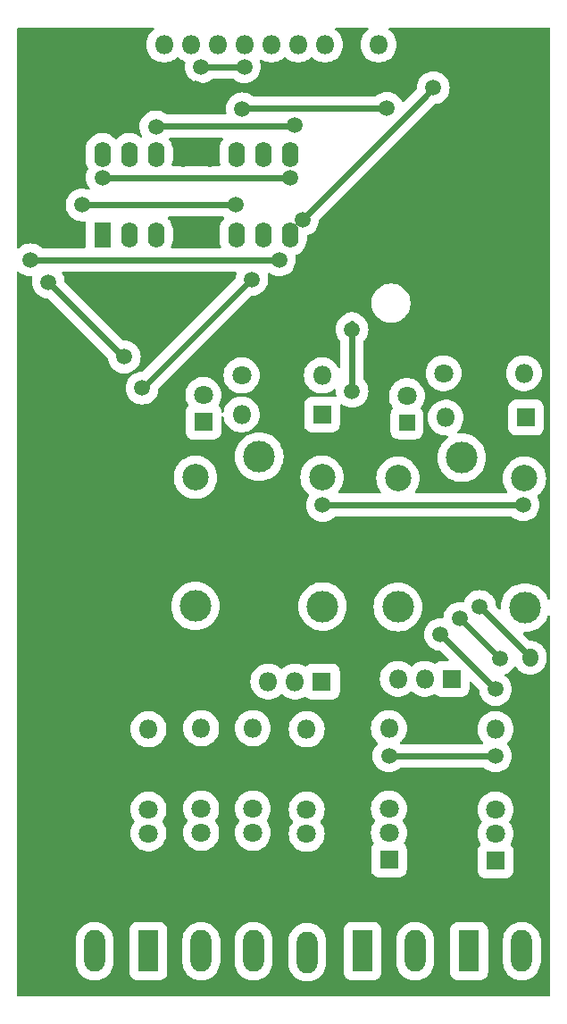
<source format=gbr>
%TF.GenerationSoftware,KiCad,Pcbnew,8.0.6*%
%TF.CreationDate,2025-08-05T17:27:04-05:00*%
%TF.ProjectId,PPDuino Nano Salidas,50504475-696e-46f2-904e-616e6f205361,rev?*%
%TF.SameCoordinates,Original*%
%TF.FileFunction,Copper,L1,Top*%
%TF.FilePolarity,Positive*%
%FSLAX46Y46*%
G04 Gerber Fmt 4.6, Leading zero omitted, Abs format (unit mm)*
G04 Created by KiCad (PCBNEW 8.0.6) date 2025-08-05 17:27:04*
%MOMM*%
%LPD*%
G01*
G04 APERTURE LIST*
%TA.AperFunction,ComponentPad*%
%ADD10C,3.000000*%
%TD*%
%TA.AperFunction,ComponentPad*%
%ADD11C,2.500000*%
%TD*%
%TA.AperFunction,ComponentPad*%
%ADD12C,1.800000*%
%TD*%
%TA.AperFunction,ComponentPad*%
%ADD13O,1.800000X1.800000*%
%TD*%
%TA.AperFunction,ComponentPad*%
%ADD14R,1.800000X1.800000*%
%TD*%
%TA.AperFunction,ComponentPad*%
%ADD15R,1.600000X2.400000*%
%TD*%
%TA.AperFunction,ComponentPad*%
%ADD16O,1.600000X2.400000*%
%TD*%
%TA.AperFunction,ComponentPad*%
%ADD17R,1.980000X3.960000*%
%TD*%
%TA.AperFunction,ComponentPad*%
%ADD18O,1.980000X3.960000*%
%TD*%
%TA.AperFunction,ComponentPad*%
%ADD19R,1.500000X1.500000*%
%TD*%
%TA.AperFunction,ViaPad*%
%ADD20C,1.500000*%
%TD*%
%TA.AperFunction,Conductor*%
%ADD21C,0.600000*%
%TD*%
%TA.AperFunction,Conductor*%
%ADD22C,1.000000*%
%TD*%
%TA.AperFunction,Conductor*%
%ADD23C,1.500000*%
%TD*%
%TA.AperFunction,Conductor*%
%ADD24C,0.800000*%
%TD*%
G04 APERTURE END LIST*
D10*
%TO.P,K1,1*%
%TO.N,Net-(J14-Pin_2)*%
X141100000Y-84925000D03*
D11*
%TO.P,K1,2*%
%TO.N,Net-(D5-K)*%
X135050000Y-86875000D03*
D10*
%TO.P,K1,3*%
%TO.N,Net-(J6-Pin_3)*%
X135050000Y-99075000D03*
%TO.P,K1,4*%
%TO.N,Net-(J6-Pin_1)*%
X147100000Y-99125000D03*
D11*
%TO.P,K1,5*%
%TO.N,+5V*%
X147050000Y-86875000D03*
%TD*%
D12*
%TO.P,R14,1*%
%TO.N,Net-(Q1-B)*%
X139430000Y-77225000D03*
D13*
%TO.P,R14,2*%
%TO.N,/RLY0*%
X147050000Y-77225000D03*
%TD*%
D14*
%TO.P,D6,1,K*%
%TO.N,+5V*%
X147050000Y-80925000D03*
D13*
%TO.P,D6,2,A*%
%TO.N,Net-(D5-K)*%
X139430000Y-80925000D03*
%TD*%
D15*
%TO.P,U5,1,EN1\u002C2*%
%TO.N,+5V*%
X126225000Y-63895000D03*
D16*
%TO.P,U5,2,1A*%
%TO.N,/PWM0m*%
X128765000Y-63895000D03*
%TO.P,U5,3,1Y*%
%TO.N,/PWM0*%
X131305000Y-63895000D03*
%TO.P,U5,4,GND*%
%TO.N,GND*%
X133845000Y-63895000D03*
%TO.P,U5,5,GND*%
X136385000Y-63895000D03*
%TO.P,U5,6,2Y*%
%TO.N,/PWM1*%
X138925000Y-63895000D03*
%TO.P,U5,7,2A*%
%TO.N,/PWM1m*%
X141465000Y-63895000D03*
%TO.P,U5,8,VCC2*%
%TO.N,VDD*%
X144005000Y-63895000D03*
%TO.P,U5,9,EN3\u002C4*%
%TO.N,+5V*%
X144005000Y-56275000D03*
%TO.P,U5,10,3A*%
%TO.N,/PWM2m*%
X141465000Y-56275000D03*
%TO.P,U5,11,3Y*%
%TO.N,/PWM2*%
X138925000Y-56275000D03*
%TO.P,U5,12,GND*%
%TO.N,GND*%
X136385000Y-56275000D03*
%TO.P,U5,13,GND*%
X133845000Y-56275000D03*
%TO.P,U5,14,4Y*%
%TO.N,/PWM3*%
X131305000Y-56275000D03*
%TO.P,U5,15,4A*%
%TO.N,/PWM3m*%
X128765000Y-56275000D03*
%TO.P,U5,16,VCC1*%
%TO.N,+5V*%
X126225000Y-56275000D03*
%TD*%
D10*
%TO.P,K2,1*%
%TO.N,Net-(J7-Pin_2)*%
X160300000Y-85025000D03*
D11*
%TO.P,K2,2*%
%TO.N,Net-(D7-K)*%
X154250000Y-86975000D03*
D10*
%TO.P,K2,3*%
%TO.N,Net-(J13-Pin_3)*%
X154250000Y-99175000D03*
%TO.P,K2,4*%
%TO.N,Net-(J13-Pin_1)*%
X166300000Y-99225000D03*
D11*
%TO.P,K2,5*%
%TO.N,+5V*%
X166250000Y-86975000D03*
%TD*%
D14*
%TO.P,J6,1,Pin_1*%
%TO.N,Net-(J6-Pin_1)*%
X147040000Y-106225000D03*
D13*
%TO.P,J6,2,Pin_2*%
%TO.N,Net-(J14-Pin_1)*%
X144500000Y-106225000D03*
%TO.P,J6,3,Pin_3*%
%TO.N,Net-(J6-Pin_3)*%
X141960000Y-106225000D03*
%TD*%
D17*
%TO.P,J8,1,Pin_1*%
%TO.N,/PWM0*%
X130600000Y-131775000D03*
D18*
%TO.P,J8,2,Pin_2*%
%TO.N,/PWM1*%
X135600000Y-131775000D03*
%TO.P,J8,3,Pin_3*%
%TO.N,/PWM2*%
X140560000Y-131775000D03*
%TO.P,J8,4,Pin_4*%
%TO.N,/PWM3*%
X145660000Y-131875000D03*
%TD*%
D12*
%TO.P,R19,1*%
%TO.N,Net-(D11-A)*%
X135600000Y-118275000D03*
D13*
%TO.P,R19,2*%
%TO.N,/PWM1m*%
X135600000Y-110655000D03*
%TD*%
D14*
%TO.P,J13,1,Pin_1*%
%TO.N,Net-(J13-Pin_1)*%
X159325000Y-105975000D03*
D13*
%TO.P,J13,2,Pin_2*%
%TO.N,Net-(J13-Pin_2)*%
X156785000Y-105975000D03*
%TO.P,J13,3,Pin_3*%
%TO.N,Net-(J13-Pin_3)*%
X154245000Y-105975000D03*
%TD*%
D14*
%TO.P,J12,1,Pin_1*%
%TO.N,GND*%
X154960000Y-45875000D03*
D13*
%TO.P,J12,2,Pin_2*%
%TO.N,VDD*%
X152420000Y-45875000D03*
%TO.P,J12,3,Pin_3*%
%TO.N,GND*%
X149880000Y-45875000D03*
%TO.P,J12,4,Pin_4*%
%TO.N,+5V*%
X147340000Y-45875000D03*
%TO.P,J12,5,Pin_5*%
%TO.N,/RLY1*%
X144800000Y-45875000D03*
%TO.P,J12,6,Pin_6*%
%TO.N,/RLY0*%
X142260000Y-45875000D03*
%TO.P,J12,7,Pin_7*%
%TO.N,/PWM3m*%
X139720000Y-45875000D03*
%TO.P,J12,8,Pin_8*%
%TO.N,/PWM2m*%
X137180000Y-45875000D03*
%TO.P,J12,9,Pin_9*%
%TO.N,/PWM1m*%
X134640000Y-45875000D03*
%TO.P,J12,10,Pin_10*%
%TO.N,/PWM0m*%
X132100000Y-45875000D03*
%TD*%
D14*
%TO.P,Q1,1,C*%
%TO.N,Net-(D5-K)*%
X135800000Y-81625000D03*
D12*
%TO.P,Q1,2,B*%
%TO.N,Net-(Q1-B)*%
X135800000Y-79085000D03*
%TO.P,Q1,3,E*%
%TO.N,GND*%
X135800000Y-76545000D03*
%TD*%
D17*
%TO.P,J9,1,Pin_1*%
%TO.N,GND*%
X120500000Y-131775000D03*
D18*
%TO.P,J9,2,Pin_2*%
%TO.N,VDD*%
X125500000Y-131775000D03*
%TD*%
D17*
%TO.P,J14,1,Pin_1*%
%TO.N,Net-(J14-Pin_1)*%
X150900000Y-131775000D03*
D18*
%TO.P,J14,2,Pin_2*%
%TO.N,Net-(J14-Pin_2)*%
X155900000Y-131775000D03*
%TD*%
D12*
%TO.P,R15,1*%
%TO.N,Net-(Q2-B)*%
X158580000Y-77025000D03*
D13*
%TO.P,R15,2*%
%TO.N,/RLY1*%
X166200000Y-77025000D03*
%TD*%
D12*
%TO.P,R17,1*%
%TO.N,Net-(D9-A)*%
X145600000Y-118375000D03*
D13*
%TO.P,R17,2*%
%TO.N,/PWM3m*%
X145600000Y-110755000D03*
%TD*%
D14*
%TO.P,D10,1,K*%
%TO.N,GND*%
X140500000Y-123100000D03*
D12*
%TO.P,D10,2,A*%
%TO.N,Net-(D10-A)*%
X140500000Y-120560000D03*
%TD*%
D14*
%TO.P,D11,1,K*%
%TO.N,GND*%
X135600000Y-123100000D03*
D12*
%TO.P,D11,2,A*%
%TO.N,Net-(D11-A)*%
X135600000Y-120560000D03*
%TD*%
D19*
%TO.P,Q2,1,C*%
%TO.N,Net-(D7-K)*%
X155100000Y-81725000D03*
D12*
%TO.P,Q2,2,B*%
%TO.N,Net-(Q2-B)*%
X155100000Y-79185000D03*
%TO.P,Q2,3,E*%
%TO.N,GND*%
X155100000Y-76645000D03*
%TD*%
D14*
%TO.P,D8,1,K*%
%TO.N,+5V*%
X166410000Y-81225000D03*
D13*
%TO.P,D8,2,A*%
%TO.N,Net-(D7-K)*%
X158790000Y-81225000D03*
%TD*%
D17*
%TO.P,J7,1,Pin_1*%
%TO.N,Net-(J13-Pin_2)*%
X161000000Y-131775000D03*
D18*
%TO.P,J7,2,Pin_2*%
%TO.N,Net-(J7-Pin_2)*%
X166000000Y-131775000D03*
%TD*%
D14*
%TO.P,D9,1,K*%
%TO.N,GND*%
X145600000Y-123200000D03*
D12*
%TO.P,D9,2,A*%
%TO.N,Net-(D9-A)*%
X145600000Y-120660000D03*
%TD*%
D14*
%TO.P,D5,1,K*%
%TO.N,Net-(D5-K)*%
X153400000Y-123100000D03*
D12*
%TO.P,D5,2,A*%
%TO.N,Net-(D5-A)*%
X153400000Y-120560000D03*
%TD*%
%TO.P,R20,1*%
%TO.N,Net-(D12-A)*%
X130600000Y-118375000D03*
D13*
%TO.P,R20,2*%
%TO.N,/PWM0m*%
X130600000Y-110755000D03*
%TD*%
D12*
%TO.P,R13,1*%
%TO.N,Net-(D5-A)*%
X153400000Y-118275000D03*
D13*
%TO.P,R13,2*%
%TO.N,+5V*%
X153400000Y-110655000D03*
%TD*%
D12*
%TO.P,R16,1*%
%TO.N,Net-(D7-A)*%
X163500000Y-118375000D03*
D13*
%TO.P,R16,2*%
%TO.N,+5V*%
X163500000Y-110755000D03*
%TD*%
D12*
%TO.P,R18,1*%
%TO.N,Net-(D10-A)*%
X140500000Y-118275000D03*
D13*
%TO.P,R18,2*%
%TO.N,/PWM2m*%
X140500000Y-110655000D03*
%TD*%
D14*
%TO.P,D12,1,K*%
%TO.N,GND*%
X130600000Y-123150000D03*
D12*
%TO.P,D12,2,A*%
%TO.N,Net-(D12-A)*%
X130600000Y-120610000D03*
%TD*%
D14*
%TO.P,D7,1,K*%
%TO.N,Net-(D7-K)*%
X163500000Y-123200000D03*
D12*
%TO.P,D7,2,A*%
%TO.N,Net-(D7-A)*%
X163500000Y-120660000D03*
%TD*%
D20*
%TO.N,Net-(D7-K)*%
X163900000Y-104075000D03*
X160100000Y-100275000D03*
%TO.N,GND*%
X137900000Y-112075000D03*
X159800000Y-65075000D03*
X135100000Y-50075000D03*
X154600000Y-50075000D03*
X137900000Y-91675000D03*
X159800000Y-74575000D03*
%TO.N,+5V*%
X147100000Y-89525000D03*
X153200000Y-51925000D03*
X158300000Y-101775000D03*
X144005000Y-58496006D03*
X163500000Y-106975000D03*
X139500000Y-51975000D03*
X163500000Y-113275000D03*
X166128957Y-89496043D03*
X153400000Y-113275000D03*
X126225000Y-58475000D03*
%TO.N,Net-(J7-Pin_2)*%
X166800000Y-104025000D03*
X162000000Y-99125000D03*
%TO.N,/PWM3*%
X144500000Y-53475000D03*
X131305000Y-53675000D03*
%TO.N,VDD*%
X119400000Y-66275000D03*
X157600000Y-49975000D03*
X145200000Y-62475000D03*
X143000000Y-66275000D03*
%TO.N,/RLY0*%
X149900000Y-72875000D03*
X149900000Y-78725000D03*
%TO.N,/PWM3m*%
X139700000Y-47975000D03*
X135600000Y-47975000D03*
%TO.N,/PWM1m*%
X138900000Y-61075000D03*
X140400000Y-68125000D03*
X130000000Y-78425000D03*
X124300000Y-61075000D03*
%TO.N,/PWM0m*%
X128300000Y-75475000D03*
X121100000Y-68375000D03*
%TD*%
D21*
%TO.N,Net-(D7-K)*%
X160100000Y-100275000D02*
X163900000Y-104075000D01*
%TO.N,GND*%
X137900000Y-112075000D02*
X137900000Y-91675000D01*
X159800000Y-65075000D02*
X159800000Y-74575000D01*
X135100000Y-50075000D02*
X154600000Y-50075000D01*
%TO.N,+5V*%
X147100000Y-89525000D02*
X166100000Y-89525000D01*
X158300000Y-101775000D02*
X163500000Y-106975000D01*
X139600000Y-51875000D02*
X153150000Y-51875000D01*
D22*
X144005000Y-58496006D02*
X143983994Y-58475000D01*
X166100000Y-89525000D02*
X166128957Y-89496043D01*
X153150000Y-51875000D02*
X153200000Y-51925000D01*
D21*
X143983994Y-58475000D02*
X126225000Y-58475000D01*
D22*
X139500000Y-51975000D02*
X139600000Y-51875000D01*
D21*
X153400000Y-113275000D02*
X163500000Y-113275000D01*
%TO.N,Net-(J7-Pin_2)*%
X166800000Y-103925000D02*
X162000000Y-99125000D01*
D23*
X166800000Y-104025000D02*
X166800000Y-103925000D01*
D22*
%TO.N,/PWM3*%
X131405000Y-53575000D02*
X131305000Y-53675000D01*
D21*
X144400000Y-53575000D02*
X131405000Y-53575000D01*
D22*
X144500000Y-53475000D02*
X144400000Y-53575000D01*
%TO.N,VDD*%
X157600000Y-49975000D02*
X157600000Y-50075000D01*
D21*
X157600000Y-50075000D02*
X144950000Y-62725000D01*
X143000000Y-66275000D02*
X119400000Y-66275000D01*
%TO.N,/RLY0*%
X149900000Y-72325000D02*
X149900000Y-78725000D01*
%TO.N,/PWM3m*%
X139700000Y-47975000D02*
X135600000Y-47975000D01*
%TO.N,/PWM1m*%
X130050000Y-78425000D02*
X140350000Y-68125000D01*
D24*
X130000000Y-78425000D02*
X130050000Y-78425000D01*
D21*
X138900000Y-61075000D02*
X124300000Y-61075000D01*
D24*
X140350000Y-68125000D02*
X140400000Y-68125000D01*
D21*
%TO.N,/PWM0m*%
X121100000Y-68375000D02*
X128200000Y-75475000D01*
X128200000Y-75475000D02*
X128300000Y-75475000D01*
%TD*%
%TA.AperFunction,Conductor*%
%TO.N,GND*%
G36*
X131092368Y-44295185D02*
G01*
X131138123Y-44347989D01*
X131148067Y-44417147D01*
X131119042Y-44480703D01*
X131095181Y-44501952D01*
X131073195Y-44516942D01*
X131036785Y-44541766D01*
X130849952Y-44715121D01*
X130849950Y-44715123D01*
X130691041Y-44914388D01*
X130563608Y-45135109D01*
X130470492Y-45372362D01*
X130470490Y-45372369D01*
X130413777Y-45620845D01*
X130394732Y-45874995D01*
X130394732Y-45875004D01*
X130413777Y-46129154D01*
X130413778Y-46129157D01*
X130470492Y-46377637D01*
X130563607Y-46614888D01*
X130691041Y-46835612D01*
X130849950Y-47034877D01*
X131036783Y-47208232D01*
X131247366Y-47351805D01*
X131247371Y-47351807D01*
X131247372Y-47351808D01*
X131247373Y-47351809D01*
X131369328Y-47410538D01*
X131476992Y-47462387D01*
X131476993Y-47462387D01*
X131476996Y-47462389D01*
X131720542Y-47537513D01*
X131972565Y-47575500D01*
X132227435Y-47575500D01*
X132479458Y-47537513D01*
X132723004Y-47462389D01*
X132952634Y-47351805D01*
X133163217Y-47208232D01*
X133285659Y-47094623D01*
X133348192Y-47063455D01*
X133417648Y-47071042D01*
X133454341Y-47094623D01*
X133576783Y-47208232D01*
X133787366Y-47351805D01*
X133787371Y-47351807D01*
X133787372Y-47351808D01*
X133787373Y-47351809D01*
X134017002Y-47462392D01*
X134018449Y-47462960D01*
X134018886Y-47463299D01*
X134021176Y-47464402D01*
X134020940Y-47464892D01*
X134073659Y-47505781D01*
X134096954Y-47571653D01*
X134093711Y-47607330D01*
X134063853Y-47731698D01*
X134063853Y-47731700D01*
X134044706Y-47975000D01*
X134063853Y-48218297D01*
X134063853Y-48218300D01*
X134063854Y-48218302D01*
X134116804Y-48438853D01*
X134120830Y-48455619D01*
X134214222Y-48681089D01*
X134341737Y-48889173D01*
X134341738Y-48889176D01*
X134341741Y-48889179D01*
X134500241Y-49074759D01*
X134535895Y-49105210D01*
X134685823Y-49233261D01*
X134685826Y-49233262D01*
X134893910Y-49360777D01*
X135119381Y-49454169D01*
X135119378Y-49454169D01*
X135119384Y-49454170D01*
X135119388Y-49454172D01*
X135356698Y-49511146D01*
X135600000Y-49530294D01*
X135843302Y-49511146D01*
X136080612Y-49454172D01*
X136306089Y-49360777D01*
X136514179Y-49233259D01*
X136567453Y-49187758D01*
X136664106Y-49105210D01*
X136727867Y-49076639D01*
X136744637Y-49075500D01*
X138555363Y-49075500D01*
X138622402Y-49095185D01*
X138635894Y-49105210D01*
X138785817Y-49233256D01*
X138785821Y-49233259D01*
X138785824Y-49233261D01*
X138785826Y-49233262D01*
X138993910Y-49360777D01*
X139219381Y-49454169D01*
X139219378Y-49454169D01*
X139219384Y-49454170D01*
X139219388Y-49454172D01*
X139456698Y-49511146D01*
X139700000Y-49530294D01*
X139943302Y-49511146D01*
X140180612Y-49454172D01*
X140406089Y-49360777D01*
X140614179Y-49233259D01*
X140799759Y-49074759D01*
X140958259Y-48889179D01*
X141085777Y-48681089D01*
X141179172Y-48455612D01*
X141236146Y-48218302D01*
X141255294Y-47975000D01*
X141236146Y-47731698D01*
X141179172Y-47494388D01*
X141179169Y-47494380D01*
X141166170Y-47462997D01*
X141158701Y-47393528D01*
X141189976Y-47331048D01*
X141250065Y-47295396D01*
X141319890Y-47297890D01*
X141350577Y-47313087D01*
X141407366Y-47351805D01*
X141407371Y-47351807D01*
X141407372Y-47351808D01*
X141407373Y-47351809D01*
X141529328Y-47410538D01*
X141636992Y-47462387D01*
X141636993Y-47462387D01*
X141636996Y-47462389D01*
X141880542Y-47537513D01*
X142132565Y-47575500D01*
X142387435Y-47575500D01*
X142639458Y-47537513D01*
X142883004Y-47462389D01*
X143112634Y-47351805D01*
X143323217Y-47208232D01*
X143445659Y-47094623D01*
X143508192Y-47063455D01*
X143577648Y-47071042D01*
X143614341Y-47094623D01*
X143736783Y-47208232D01*
X143947366Y-47351805D01*
X143947371Y-47351807D01*
X143947372Y-47351808D01*
X143947373Y-47351809D01*
X144069328Y-47410538D01*
X144176992Y-47462387D01*
X144176993Y-47462387D01*
X144176996Y-47462389D01*
X144420542Y-47537513D01*
X144672565Y-47575500D01*
X144927435Y-47575500D01*
X145179458Y-47537513D01*
X145423004Y-47462389D01*
X145652634Y-47351805D01*
X145863217Y-47208232D01*
X145985659Y-47094623D01*
X146048192Y-47063455D01*
X146117648Y-47071042D01*
X146154341Y-47094623D01*
X146276783Y-47208232D01*
X146487366Y-47351805D01*
X146487371Y-47351807D01*
X146487372Y-47351808D01*
X146487373Y-47351809D01*
X146609328Y-47410538D01*
X146716992Y-47462387D01*
X146716993Y-47462387D01*
X146716996Y-47462389D01*
X146960542Y-47537513D01*
X147212565Y-47575500D01*
X147467435Y-47575500D01*
X147719458Y-47537513D01*
X147963004Y-47462389D01*
X148192634Y-47351805D01*
X148403217Y-47208232D01*
X148590050Y-47034877D01*
X148748959Y-46835612D01*
X148876393Y-46614888D01*
X148969508Y-46377637D01*
X149026222Y-46129157D01*
X149045268Y-45875000D01*
X149026222Y-45620843D01*
X148969508Y-45372363D01*
X148876393Y-45135112D01*
X148748959Y-44914388D01*
X148590050Y-44715123D01*
X148403217Y-44541768D01*
X148344819Y-44501953D01*
X148300518Y-44447925D01*
X148292458Y-44378522D01*
X148323201Y-44315779D01*
X148382984Y-44279617D01*
X148414671Y-44275500D01*
X151345329Y-44275500D01*
X151412368Y-44295185D01*
X151458123Y-44347989D01*
X151468067Y-44417147D01*
X151439042Y-44480703D01*
X151415181Y-44501952D01*
X151393195Y-44516942D01*
X151356785Y-44541766D01*
X151169952Y-44715121D01*
X151169950Y-44715123D01*
X151011041Y-44914388D01*
X150883608Y-45135109D01*
X150790492Y-45372362D01*
X150790490Y-45372369D01*
X150733777Y-45620845D01*
X150714732Y-45874995D01*
X150714732Y-45875004D01*
X150733777Y-46129154D01*
X150733778Y-46129157D01*
X150790492Y-46377637D01*
X150883607Y-46614888D01*
X151011041Y-46835612D01*
X151169950Y-47034877D01*
X151356783Y-47208232D01*
X151567366Y-47351805D01*
X151567371Y-47351807D01*
X151567372Y-47351808D01*
X151567373Y-47351809D01*
X151689328Y-47410538D01*
X151796992Y-47462387D01*
X151796993Y-47462387D01*
X151796996Y-47462389D01*
X152040542Y-47537513D01*
X152292565Y-47575500D01*
X152547435Y-47575500D01*
X152799458Y-47537513D01*
X153043004Y-47462389D01*
X153272634Y-47351805D01*
X153483217Y-47208232D01*
X153670050Y-47034877D01*
X153828959Y-46835612D01*
X153956393Y-46614888D01*
X154049508Y-46377637D01*
X154106222Y-46129157D01*
X154125268Y-45875000D01*
X154106222Y-45620843D01*
X154049508Y-45372363D01*
X153956393Y-45135112D01*
X153828959Y-44914388D01*
X153670050Y-44715123D01*
X153483217Y-44541768D01*
X153424819Y-44501953D01*
X153380518Y-44447925D01*
X153372458Y-44378522D01*
X153403201Y-44315779D01*
X153462984Y-44279617D01*
X153494671Y-44275500D01*
X168575500Y-44275500D01*
X168642539Y-44295185D01*
X168688294Y-44347989D01*
X168699500Y-44399500D01*
X168699500Y-98385775D01*
X168679815Y-98452814D01*
X168627011Y-98498569D01*
X168557853Y-98508513D01*
X168494297Y-98479488D01*
X168458081Y-98425634D01*
X168455799Y-98418911D01*
X168429945Y-98342748D01*
X168405279Y-98292731D01*
X168296568Y-98072286D01*
X168296564Y-98072279D01*
X168129026Y-97821540D01*
X167930189Y-97594810D01*
X167703459Y-97395973D01*
X167452720Y-97228435D01*
X167452713Y-97228431D01*
X167182268Y-97095062D01*
X167182247Y-97095053D01*
X166896698Y-96998122D01*
X166896692Y-96998120D01*
X166896691Y-96998120D01*
X166896689Y-96998119D01*
X166896683Y-96998118D01*
X166600930Y-96939288D01*
X166600921Y-96939287D01*
X166600920Y-96939287D01*
X166300000Y-96919564D01*
X165999080Y-96939287D01*
X165999079Y-96939287D01*
X165999069Y-96939288D01*
X165703316Y-96998118D01*
X165703301Y-96998122D01*
X165417752Y-97095053D01*
X165417731Y-97095062D01*
X165147286Y-97228431D01*
X165147279Y-97228435D01*
X164896540Y-97395973D01*
X164669810Y-97594810D01*
X164470973Y-97821540D01*
X164303435Y-98072279D01*
X164303431Y-98072286D01*
X164170062Y-98342731D01*
X164170053Y-98342752D01*
X164073122Y-98628301D01*
X164073118Y-98628316D01*
X164014288Y-98924069D01*
X164014287Y-98924081D01*
X163994564Y-99225002D01*
X163996739Y-99258193D01*
X163981479Y-99326376D01*
X163931780Y-99375485D01*
X163863419Y-99389929D01*
X163798102Y-99365121D01*
X163785323Y-99353981D01*
X163587552Y-99156210D01*
X163554067Y-99094887D01*
X163551615Y-99078257D01*
X163539481Y-98924080D01*
X163536146Y-98881698D01*
X163479172Y-98644388D01*
X163472509Y-98628301D01*
X163385777Y-98418910D01*
X163258262Y-98210826D01*
X163258261Y-98210823D01*
X163222453Y-98168897D01*
X163099759Y-98025241D01*
X162977063Y-97920449D01*
X162914176Y-97866738D01*
X162914173Y-97866737D01*
X162706089Y-97739222D01*
X162480618Y-97645830D01*
X162480621Y-97645830D01*
X162268114Y-97594811D01*
X162243302Y-97588854D01*
X162243300Y-97588853D01*
X162243297Y-97588853D01*
X162000000Y-97569706D01*
X161756702Y-97588853D01*
X161519380Y-97645830D01*
X161293910Y-97739222D01*
X161085826Y-97866737D01*
X161085823Y-97866738D01*
X160900241Y-98025241D01*
X160741738Y-98210823D01*
X160741737Y-98210826D01*
X160614222Y-98418911D01*
X160614220Y-98418914D01*
X160520829Y-98644383D01*
X160520827Y-98644390D01*
X160518655Y-98653437D01*
X160483860Y-98714027D01*
X160421832Y-98746187D01*
X160369137Y-98745056D01*
X160343300Y-98738853D01*
X160100000Y-98719706D01*
X159856702Y-98738853D01*
X159856698Y-98738854D01*
X159709974Y-98774080D01*
X159619380Y-98795830D01*
X159393910Y-98889222D01*
X159185826Y-99016737D01*
X159185823Y-99016738D01*
X159000241Y-99175241D01*
X158841738Y-99360823D01*
X158841737Y-99360826D01*
X158714222Y-99568910D01*
X158620830Y-99794380D01*
X158563854Y-100031696D01*
X158557253Y-100115569D01*
X158532368Y-100180857D01*
X158476137Y-100222328D01*
X158423907Y-100229457D01*
X158300000Y-100219706D01*
X158056702Y-100238853D01*
X157977594Y-100257845D01*
X157894821Y-100277718D01*
X157819380Y-100295830D01*
X157593910Y-100389222D01*
X157385826Y-100516737D01*
X157385823Y-100516738D01*
X157200241Y-100675241D01*
X157041738Y-100860823D01*
X157041737Y-100860826D01*
X156914222Y-101068910D01*
X156820830Y-101294380D01*
X156820828Y-101294387D01*
X156820828Y-101294388D01*
X156818293Y-101304946D01*
X156763853Y-101531702D01*
X156744706Y-101775000D01*
X156763853Y-102018297D01*
X156820830Y-102255619D01*
X156914222Y-102481089D01*
X157041737Y-102689173D01*
X157041738Y-102689176D01*
X157041741Y-102689179D01*
X157200241Y-102874759D01*
X157343897Y-102997453D01*
X157385823Y-103033261D01*
X157385826Y-103033262D01*
X157593910Y-103160777D01*
X157819381Y-103254169D01*
X157819378Y-103254169D01*
X157819384Y-103254170D01*
X157819388Y-103254172D01*
X158056698Y-103311146D01*
X158228875Y-103324696D01*
X158253257Y-103326615D01*
X158318546Y-103351499D01*
X158331210Y-103362552D01*
X159031477Y-104062819D01*
X159064962Y-104124142D01*
X159059978Y-104193834D01*
X159018106Y-104249767D01*
X158952642Y-104274184D01*
X158943796Y-104274500D01*
X158380039Y-104274500D01*
X158245750Y-104289630D01*
X158245745Y-104289631D01*
X158075476Y-104349211D01*
X157922739Y-104445183D01*
X157848284Y-104519638D01*
X157786960Y-104553122D01*
X157717269Y-104548137D01*
X157690752Y-104534410D01*
X157637634Y-104498195D01*
X157637626Y-104498190D01*
X157408970Y-104388076D01*
X157408006Y-104387612D01*
X157408008Y-104387612D01*
X157164466Y-104312489D01*
X157164462Y-104312488D01*
X157164458Y-104312487D01*
X157043231Y-104294214D01*
X156912440Y-104274500D01*
X156912435Y-104274500D01*
X156657565Y-104274500D01*
X156657559Y-104274500D01*
X156500609Y-104298157D01*
X156405542Y-104312487D01*
X156405539Y-104312488D01*
X156405533Y-104312489D01*
X156161992Y-104387612D01*
X155932373Y-104498190D01*
X155932372Y-104498191D01*
X155721782Y-104641768D01*
X155599341Y-104755377D01*
X155536808Y-104786545D01*
X155467352Y-104778958D01*
X155430659Y-104755377D01*
X155308217Y-104641768D01*
X155302120Y-104637611D01*
X155097634Y-104498195D01*
X155097630Y-104498193D01*
X155097627Y-104498191D01*
X155097626Y-104498190D01*
X154868970Y-104388076D01*
X154868006Y-104387612D01*
X154868008Y-104387612D01*
X154624466Y-104312489D01*
X154624462Y-104312488D01*
X154624458Y-104312487D01*
X154503231Y-104294214D01*
X154372440Y-104274500D01*
X154372435Y-104274500D01*
X154117565Y-104274500D01*
X154117559Y-104274500D01*
X153960609Y-104298157D01*
X153865542Y-104312487D01*
X153865539Y-104312488D01*
X153865533Y-104312489D01*
X153621992Y-104387612D01*
X153392373Y-104498190D01*
X153392372Y-104498191D01*
X153181782Y-104641768D01*
X152994952Y-104815121D01*
X152994950Y-104815123D01*
X152836041Y-105014388D01*
X152708608Y-105235109D01*
X152615492Y-105472362D01*
X152615490Y-105472369D01*
X152558777Y-105720845D01*
X152539732Y-105974995D01*
X152539732Y-105975004D01*
X152558777Y-106229154D01*
X152615490Y-106477630D01*
X152615492Y-106477637D01*
X152708608Y-106714890D01*
X152718312Y-106731698D01*
X152836041Y-106935612D01*
X152994950Y-107134877D01*
X153181783Y-107308232D01*
X153392366Y-107451805D01*
X153392371Y-107451807D01*
X153392372Y-107451808D01*
X153392373Y-107451809D01*
X153439538Y-107474522D01*
X153621992Y-107562387D01*
X153621993Y-107562387D01*
X153621996Y-107562389D01*
X153865542Y-107637513D01*
X154117565Y-107675500D01*
X154372435Y-107675500D01*
X154624458Y-107637513D01*
X154868004Y-107562389D01*
X155097634Y-107451805D01*
X155308217Y-107308232D01*
X155430659Y-107194623D01*
X155493192Y-107163455D01*
X155562648Y-107171042D01*
X155599341Y-107194623D01*
X155721783Y-107308232D01*
X155932366Y-107451805D01*
X155932371Y-107451807D01*
X155932372Y-107451808D01*
X155932373Y-107451809D01*
X155979538Y-107474522D01*
X156161992Y-107562387D01*
X156161993Y-107562387D01*
X156161996Y-107562389D01*
X156405542Y-107637513D01*
X156657565Y-107675500D01*
X156912435Y-107675500D01*
X157164458Y-107637513D01*
X157408004Y-107562389D01*
X157637634Y-107451805D01*
X157690751Y-107415589D01*
X157757230Y-107394089D01*
X157824780Y-107411943D01*
X157848284Y-107430362D01*
X157922738Y-107504816D01*
X158075478Y-107600789D01*
X158245745Y-107660368D01*
X158245750Y-107660369D01*
X158336246Y-107670565D01*
X158380040Y-107675499D01*
X158380043Y-107675500D01*
X158380046Y-107675500D01*
X160269957Y-107675500D01*
X160269958Y-107675499D01*
X160337104Y-107667934D01*
X160404249Y-107660369D01*
X160404252Y-107660368D01*
X160404255Y-107660368D01*
X160574522Y-107600789D01*
X160727262Y-107504816D01*
X160854816Y-107377262D01*
X160950789Y-107224522D01*
X161010368Y-107054255D01*
X161025500Y-106919954D01*
X161025500Y-106356204D01*
X161045185Y-106289165D01*
X161097989Y-106243410D01*
X161167147Y-106233466D01*
X161230703Y-106262491D01*
X161237181Y-106268523D01*
X161912447Y-106943789D01*
X161945932Y-107005112D01*
X161948384Y-107021740D01*
X161963854Y-107218303D01*
X161984488Y-107304249D01*
X162012528Y-107421042D01*
X162020830Y-107455619D01*
X162114222Y-107681089D01*
X162241737Y-107889173D01*
X162241738Y-107889176D01*
X162241741Y-107889179D01*
X162400241Y-108074759D01*
X162543897Y-108197453D01*
X162585823Y-108233261D01*
X162585826Y-108233262D01*
X162793910Y-108360777D01*
X163019381Y-108454169D01*
X163019378Y-108454169D01*
X163019384Y-108454170D01*
X163019388Y-108454172D01*
X163256698Y-108511146D01*
X163500000Y-108530294D01*
X163743302Y-108511146D01*
X163980612Y-108454172D01*
X164206089Y-108360777D01*
X164414179Y-108233259D01*
X164599759Y-108074759D01*
X164758259Y-107889179D01*
X164885777Y-107681089D01*
X164979172Y-107455612D01*
X165036146Y-107218302D01*
X165055294Y-106975000D01*
X165036146Y-106731698D01*
X164979172Y-106494388D01*
X164921935Y-106356204D01*
X164885777Y-106268910D01*
X164758262Y-106060826D01*
X164758261Y-106060823D01*
X164599756Y-105875238D01*
X164428905Y-105729318D01*
X164390711Y-105670812D01*
X164390212Y-105600944D01*
X164427566Y-105541897D01*
X164461984Y-105520467D01*
X164606085Y-105460779D01*
X164606086Y-105460778D01*
X164606089Y-105460777D01*
X164814179Y-105333259D01*
X164999759Y-105174759D01*
X165158259Y-104989179D01*
X165257068Y-104827936D01*
X165308878Y-104781063D01*
X165377808Y-104769640D01*
X165441970Y-104797297D01*
X165471063Y-104833661D01*
X165471349Y-104833487D01*
X165472739Y-104835756D01*
X165473273Y-104836423D01*
X165473890Y-104837633D01*
X165473893Y-104837638D01*
X165506946Y-104883132D01*
X165512355Y-104891227D01*
X165541738Y-104939176D01*
X165541742Y-104939181D01*
X165578257Y-104981934D01*
X165584284Y-104989580D01*
X165617340Y-105035076D01*
X165617347Y-105035085D01*
X165657108Y-105074846D01*
X165663717Y-105081995D01*
X165700241Y-105124759D01*
X165743011Y-105161288D01*
X165750146Y-105167884D01*
X165789920Y-105207658D01*
X165835411Y-105240708D01*
X165843059Y-105246737D01*
X165882055Y-105280043D01*
X165885821Y-105283259D01*
X165885823Y-105283260D01*
X165885826Y-105283262D01*
X165933765Y-105312639D01*
X165941861Y-105318048D01*
X165987362Y-105351107D01*
X166037469Y-105376637D01*
X166045966Y-105381396D01*
X166093901Y-105410772D01*
X166093906Y-105410774D01*
X166093911Y-105410777D01*
X166145893Y-105432308D01*
X166154704Y-105436371D01*
X166204815Y-105461904D01*
X166258306Y-105479283D01*
X166267423Y-105482647D01*
X166319388Y-105504172D01*
X166374081Y-105517303D01*
X166383443Y-105519944D01*
X166436914Y-105537318D01*
X166436915Y-105537318D01*
X166436924Y-105537321D01*
X166492486Y-105546121D01*
X166501992Y-105548012D01*
X166556698Y-105561146D01*
X166612765Y-105565558D01*
X166622433Y-105566703D01*
X166677973Y-105575500D01*
X166734211Y-105575500D01*
X166743939Y-105575882D01*
X166747284Y-105576145D01*
X166800000Y-105580294D01*
X166852715Y-105576145D01*
X166856061Y-105575882D01*
X166865789Y-105575500D01*
X166922026Y-105575500D01*
X166922027Y-105575500D01*
X166977568Y-105566702D01*
X166987237Y-105565558D01*
X167043302Y-105561146D01*
X167097992Y-105548015D01*
X167107507Y-105546122D01*
X167163076Y-105537321D01*
X167216586Y-105519934D01*
X167225916Y-105517303D01*
X167280612Y-105504172D01*
X167332578Y-105482645D01*
X167341677Y-105479288D01*
X167395185Y-105461904D01*
X167445301Y-105436367D01*
X167454117Y-105432303D01*
X167506089Y-105410777D01*
X167554056Y-105381381D01*
X167562530Y-105376637D01*
X167612639Y-105351106D01*
X167658148Y-105318040D01*
X167666215Y-105312649D01*
X167714179Y-105283259D01*
X167756964Y-105246716D01*
X167764563Y-105240725D01*
X167810083Y-105207655D01*
X167849862Y-105167874D01*
X167856985Y-105161290D01*
X167899759Y-105124759D01*
X167936290Y-105081985D01*
X167942874Y-105074862D01*
X167982655Y-105035083D01*
X168015725Y-104989563D01*
X168021716Y-104981964D01*
X168058259Y-104939179D01*
X168087649Y-104891215D01*
X168093040Y-104883148D01*
X168126106Y-104837639D01*
X168151642Y-104787519D01*
X168156381Y-104779056D01*
X168185777Y-104731089D01*
X168207303Y-104679117D01*
X168211367Y-104670301D01*
X168236904Y-104620185D01*
X168254288Y-104566677D01*
X168257645Y-104557578D01*
X168279172Y-104505612D01*
X168292303Y-104450916D01*
X168294934Y-104441586D01*
X168312321Y-104388076D01*
X168321122Y-104332507D01*
X168323016Y-104322990D01*
X168331025Y-104289630D01*
X168336146Y-104268302D01*
X168340558Y-104212236D01*
X168341703Y-104202565D01*
X168350500Y-104147025D01*
X168350500Y-104090788D01*
X168350882Y-104081059D01*
X168351269Y-104076137D01*
X168355294Y-104025000D01*
X168350882Y-103968938D01*
X168350500Y-103959210D01*
X168350500Y-103802973D01*
X168312321Y-103561927D01*
X168312321Y-103561924D01*
X168236904Y-103329815D01*
X168126106Y-103112361D01*
X168107779Y-103087136D01*
X167982660Y-102914923D01*
X167982656Y-102914918D01*
X167810081Y-102742343D01*
X167810076Y-102742339D01*
X167612642Y-102598896D01*
X167612641Y-102598895D01*
X167612639Y-102598894D01*
X167395185Y-102488096D01*
X167163076Y-102412679D01*
X167163074Y-102412678D01*
X167163072Y-102412678D01*
X166994769Y-102386021D01*
X166922027Y-102374500D01*
X166922026Y-102374500D01*
X166857204Y-102374500D01*
X166790165Y-102354815D01*
X166769523Y-102338181D01*
X166171018Y-101739676D01*
X166137533Y-101678353D01*
X166142517Y-101608661D01*
X166184389Y-101552728D01*
X166249853Y-101528311D01*
X166266809Y-101528261D01*
X166282284Y-101529274D01*
X166300000Y-101530436D01*
X166600920Y-101510713D01*
X166896691Y-101451880D01*
X167182252Y-101354945D01*
X167452718Y-101221566D01*
X167703461Y-101054025D01*
X167930189Y-100855189D01*
X168129025Y-100628461D01*
X168296566Y-100377718D01*
X168429945Y-100107252D01*
X168458081Y-100024363D01*
X168498270Y-99967211D01*
X168562979Y-99940858D01*
X168631663Y-99953672D01*
X168682516Y-100001586D01*
X168699500Y-100064224D01*
X168699500Y-135950500D01*
X168679815Y-136017539D01*
X168627011Y-136063294D01*
X168575500Y-136074500D01*
X118224500Y-136074500D01*
X118157461Y-136054815D01*
X118111706Y-136002011D01*
X118100500Y-135950500D01*
X118100500Y-130667650D01*
X123709500Y-130667650D01*
X123709500Y-132882349D01*
X123709501Y-132882365D01*
X123740134Y-133115048D01*
X123740135Y-133115053D01*
X123740136Y-133115059D01*
X123800883Y-133341772D01*
X123800886Y-133341779D01*
X123890700Y-133558610D01*
X123890705Y-133558620D01*
X124008058Y-133761882D01*
X124150940Y-133948090D01*
X124150946Y-133948097D01*
X124316902Y-134114053D01*
X124316909Y-134114059D01*
X124503117Y-134256941D01*
X124706379Y-134374294D01*
X124706389Y-134374299D01*
X124799316Y-134412790D01*
X124923228Y-134464117D01*
X125149941Y-134524864D01*
X125382644Y-134555500D01*
X125382651Y-134555500D01*
X125617349Y-134555500D01*
X125617356Y-134555500D01*
X125850059Y-134524864D01*
X126076772Y-134464117D01*
X126293617Y-134374296D01*
X126496883Y-134256941D01*
X126683092Y-134114058D01*
X126849058Y-133948092D01*
X126991941Y-133761883D01*
X127109296Y-133558617D01*
X127199117Y-133341772D01*
X127259864Y-133115059D01*
X127290500Y-132882356D01*
X127290500Y-130667644D01*
X127259864Y-130434941D01*
X127199117Y-130208228D01*
X127147790Y-130084316D01*
X127109299Y-129991389D01*
X127109294Y-129991379D01*
X126991941Y-129788117D01*
X126962723Y-129750039D01*
X128809500Y-129750039D01*
X128809500Y-133799960D01*
X128824630Y-133934249D01*
X128824631Y-133934254D01*
X128884211Y-134104523D01*
X128953034Y-134214053D01*
X128980184Y-134257262D01*
X129107738Y-134384816D01*
X129198080Y-134441582D01*
X129233944Y-134464117D01*
X129260478Y-134480789D01*
X129386437Y-134524864D01*
X129430745Y-134540368D01*
X129430750Y-134540369D01*
X129521246Y-134550565D01*
X129565040Y-134555499D01*
X129565043Y-134555500D01*
X129565046Y-134555500D01*
X131634957Y-134555500D01*
X131634958Y-134555499D01*
X131702104Y-134547934D01*
X131769249Y-134540369D01*
X131769252Y-134540368D01*
X131769255Y-134540368D01*
X131939522Y-134480789D01*
X132092262Y-134384816D01*
X132219816Y-134257262D01*
X132315789Y-134104522D01*
X132375368Y-133934255D01*
X132390500Y-133799954D01*
X132390500Y-130667650D01*
X133809500Y-130667650D01*
X133809500Y-132882349D01*
X133809501Y-132882365D01*
X133840134Y-133115048D01*
X133840135Y-133115053D01*
X133840136Y-133115059D01*
X133900883Y-133341772D01*
X133900886Y-133341779D01*
X133990700Y-133558610D01*
X133990705Y-133558620D01*
X134108058Y-133761882D01*
X134250940Y-133948090D01*
X134250946Y-133948097D01*
X134416902Y-134114053D01*
X134416909Y-134114059D01*
X134603117Y-134256941D01*
X134806379Y-134374294D01*
X134806389Y-134374299D01*
X134899316Y-134412790D01*
X135023228Y-134464117D01*
X135249941Y-134524864D01*
X135482644Y-134555500D01*
X135482651Y-134555500D01*
X135717349Y-134555500D01*
X135717356Y-134555500D01*
X135950059Y-134524864D01*
X136176772Y-134464117D01*
X136393617Y-134374296D01*
X136596883Y-134256941D01*
X136783092Y-134114058D01*
X136949058Y-133948092D01*
X137091941Y-133761883D01*
X137209296Y-133558617D01*
X137299117Y-133341772D01*
X137359864Y-133115059D01*
X137390500Y-132882356D01*
X137390500Y-130667650D01*
X138769500Y-130667650D01*
X138769500Y-132882349D01*
X138769501Y-132882365D01*
X138800134Y-133115048D01*
X138800135Y-133115053D01*
X138800136Y-133115059D01*
X138860883Y-133341772D01*
X138860886Y-133341779D01*
X138950700Y-133558610D01*
X138950705Y-133558620D01*
X139068058Y-133761882D01*
X139210940Y-133948090D01*
X139210946Y-133948097D01*
X139376902Y-134114053D01*
X139376909Y-134114059D01*
X139563117Y-134256941D01*
X139766379Y-134374294D01*
X139766389Y-134374299D01*
X139859316Y-134412790D01*
X139983228Y-134464117D01*
X140209941Y-134524864D01*
X140442644Y-134555500D01*
X140442651Y-134555500D01*
X140677349Y-134555500D01*
X140677356Y-134555500D01*
X140910059Y-134524864D01*
X141136772Y-134464117D01*
X141353617Y-134374296D01*
X141556883Y-134256941D01*
X141743092Y-134114058D01*
X141909058Y-133948092D01*
X142051941Y-133761883D01*
X142169296Y-133558617D01*
X142259117Y-133341772D01*
X142319864Y-133115059D01*
X142350500Y-132882356D01*
X142350500Y-130767650D01*
X143869500Y-130767650D01*
X143869500Y-132982349D01*
X143869501Y-132982365D01*
X143900134Y-133215048D01*
X143900135Y-133215053D01*
X143900136Y-133215059D01*
X143960883Y-133441772D01*
X143960886Y-133441779D01*
X144050700Y-133658610D01*
X144050705Y-133658620D01*
X144168058Y-133861882D01*
X144310940Y-134048090D01*
X144310946Y-134048097D01*
X144476902Y-134214053D01*
X144476909Y-134214059D01*
X144663117Y-134356941D01*
X144866379Y-134474294D01*
X144866389Y-134474299D01*
X144959316Y-134512790D01*
X145083228Y-134564117D01*
X145309941Y-134624864D01*
X145542644Y-134655500D01*
X145542651Y-134655500D01*
X145777349Y-134655500D01*
X145777356Y-134655500D01*
X146010059Y-134624864D01*
X146236772Y-134564117D01*
X146453617Y-134474296D01*
X146656883Y-134356941D01*
X146843092Y-134214058D01*
X147009058Y-134048092D01*
X147151941Y-133861883D01*
X147269296Y-133658617D01*
X147359117Y-133441772D01*
X147419864Y-133215059D01*
X147450500Y-132982356D01*
X147450500Y-130767644D01*
X147419864Y-130534941D01*
X147359117Y-130308228D01*
X147307790Y-130184316D01*
X147269299Y-130091389D01*
X147269294Y-130091379D01*
X147151941Y-129888117D01*
X147045990Y-129750039D01*
X149109500Y-129750039D01*
X149109500Y-133799960D01*
X149124630Y-133934249D01*
X149124631Y-133934254D01*
X149184211Y-134104523D01*
X149253034Y-134214053D01*
X149280184Y-134257262D01*
X149407738Y-134384816D01*
X149498080Y-134441582D01*
X149533944Y-134464117D01*
X149560478Y-134480789D01*
X149686437Y-134524864D01*
X149730745Y-134540368D01*
X149730750Y-134540369D01*
X149821246Y-134550565D01*
X149865040Y-134555499D01*
X149865043Y-134555500D01*
X149865046Y-134555500D01*
X151934957Y-134555500D01*
X151934958Y-134555499D01*
X152002104Y-134547934D01*
X152069249Y-134540369D01*
X152069252Y-134540368D01*
X152069255Y-134540368D01*
X152239522Y-134480789D01*
X152392262Y-134384816D01*
X152519816Y-134257262D01*
X152615789Y-134104522D01*
X152675368Y-133934255D01*
X152690500Y-133799954D01*
X152690500Y-130667650D01*
X154109500Y-130667650D01*
X154109500Y-132882349D01*
X154109501Y-132882365D01*
X154140134Y-133115048D01*
X154140135Y-133115053D01*
X154140136Y-133115059D01*
X154200883Y-133341772D01*
X154200886Y-133341779D01*
X154290700Y-133558610D01*
X154290705Y-133558620D01*
X154408058Y-133761882D01*
X154550940Y-133948090D01*
X154550946Y-133948097D01*
X154716902Y-134114053D01*
X154716909Y-134114059D01*
X154903117Y-134256941D01*
X155106379Y-134374294D01*
X155106389Y-134374299D01*
X155199316Y-134412790D01*
X155323228Y-134464117D01*
X155549941Y-134524864D01*
X155782644Y-134555500D01*
X155782651Y-134555500D01*
X156017349Y-134555500D01*
X156017356Y-134555500D01*
X156250059Y-134524864D01*
X156476772Y-134464117D01*
X156693617Y-134374296D01*
X156896883Y-134256941D01*
X157083092Y-134114058D01*
X157249058Y-133948092D01*
X157391941Y-133761883D01*
X157509296Y-133558617D01*
X157599117Y-133341772D01*
X157659864Y-133115059D01*
X157690500Y-132882356D01*
X157690500Y-130667644D01*
X157659864Y-130434941D01*
X157599117Y-130208228D01*
X157547790Y-130084316D01*
X157509299Y-129991389D01*
X157509294Y-129991379D01*
X157391941Y-129788117D01*
X157362723Y-129750039D01*
X159209500Y-129750039D01*
X159209500Y-133799960D01*
X159224630Y-133934249D01*
X159224631Y-133934254D01*
X159284211Y-134104523D01*
X159353034Y-134214053D01*
X159380184Y-134257262D01*
X159507738Y-134384816D01*
X159598080Y-134441582D01*
X159633944Y-134464117D01*
X159660478Y-134480789D01*
X159786437Y-134524864D01*
X159830745Y-134540368D01*
X159830750Y-134540369D01*
X159921246Y-134550565D01*
X159965040Y-134555499D01*
X159965043Y-134555500D01*
X159965046Y-134555500D01*
X162034957Y-134555500D01*
X162034958Y-134555499D01*
X162102104Y-134547934D01*
X162169249Y-134540369D01*
X162169252Y-134540368D01*
X162169255Y-134540368D01*
X162339522Y-134480789D01*
X162492262Y-134384816D01*
X162619816Y-134257262D01*
X162715789Y-134104522D01*
X162775368Y-133934255D01*
X162790500Y-133799954D01*
X162790500Y-130667650D01*
X164209500Y-130667650D01*
X164209500Y-132882349D01*
X164209501Y-132882365D01*
X164240134Y-133115048D01*
X164240135Y-133115053D01*
X164240136Y-133115059D01*
X164300883Y-133341772D01*
X164300886Y-133341779D01*
X164390700Y-133558610D01*
X164390705Y-133558620D01*
X164508058Y-133761882D01*
X164650940Y-133948090D01*
X164650946Y-133948097D01*
X164816902Y-134114053D01*
X164816909Y-134114059D01*
X165003117Y-134256941D01*
X165206379Y-134374294D01*
X165206389Y-134374299D01*
X165299316Y-134412790D01*
X165423228Y-134464117D01*
X165649941Y-134524864D01*
X165882644Y-134555500D01*
X165882651Y-134555500D01*
X166117349Y-134555500D01*
X166117356Y-134555500D01*
X166350059Y-134524864D01*
X166576772Y-134464117D01*
X166793617Y-134374296D01*
X166996883Y-134256941D01*
X167183092Y-134114058D01*
X167349058Y-133948092D01*
X167491941Y-133761883D01*
X167609296Y-133558617D01*
X167699117Y-133341772D01*
X167759864Y-133115059D01*
X167790500Y-132882356D01*
X167790500Y-130667644D01*
X167759864Y-130434941D01*
X167699117Y-130208228D01*
X167647790Y-130084316D01*
X167609299Y-129991389D01*
X167609294Y-129991379D01*
X167491941Y-129788117D01*
X167349059Y-129601909D01*
X167349053Y-129601902D01*
X167183097Y-129435946D01*
X167183090Y-129435940D01*
X166996882Y-129293058D01*
X166793620Y-129175705D01*
X166793610Y-129175700D01*
X166576779Y-129085886D01*
X166576780Y-129085886D01*
X166576772Y-129085883D01*
X166350059Y-129025136D01*
X166350053Y-129025135D01*
X166350048Y-129025134D01*
X166117365Y-128994501D01*
X166117362Y-128994500D01*
X166117356Y-128994500D01*
X165882644Y-128994500D01*
X165882638Y-128994500D01*
X165882634Y-128994501D01*
X165649951Y-129025134D01*
X165649944Y-129025135D01*
X165649941Y-129025136D01*
X165574370Y-129045385D01*
X165423234Y-129085881D01*
X165423220Y-129085886D01*
X165206389Y-129175700D01*
X165206379Y-129175705D01*
X165003117Y-129293058D01*
X164816909Y-129435940D01*
X164816902Y-129435946D01*
X164650946Y-129601902D01*
X164650940Y-129601909D01*
X164508058Y-129788117D01*
X164390705Y-129991379D01*
X164390700Y-129991389D01*
X164300886Y-130208220D01*
X164300881Y-130208234D01*
X164240137Y-130434938D01*
X164240134Y-130434951D01*
X164209501Y-130667634D01*
X164209500Y-130667650D01*
X162790500Y-130667650D01*
X162790500Y-129750046D01*
X162775368Y-129615745D01*
X162715789Y-129445478D01*
X162619816Y-129292738D01*
X162492262Y-129165184D01*
X162428523Y-129125134D01*
X162339523Y-129069211D01*
X162169254Y-129009631D01*
X162169249Y-129009630D01*
X162034960Y-128994500D01*
X162034954Y-128994500D01*
X159965046Y-128994500D01*
X159965039Y-128994500D01*
X159830750Y-129009630D01*
X159830745Y-129009631D01*
X159660476Y-129069211D01*
X159507737Y-129165184D01*
X159380184Y-129292737D01*
X159284211Y-129445476D01*
X159224631Y-129615745D01*
X159224630Y-129615750D01*
X159209500Y-129750039D01*
X157362723Y-129750039D01*
X157249059Y-129601909D01*
X157249053Y-129601902D01*
X157083097Y-129435946D01*
X157083090Y-129435940D01*
X156896882Y-129293058D01*
X156693620Y-129175705D01*
X156693610Y-129175700D01*
X156476779Y-129085886D01*
X156476780Y-129085886D01*
X156476772Y-129085883D01*
X156250059Y-129025136D01*
X156250053Y-129025135D01*
X156250048Y-129025134D01*
X156017365Y-128994501D01*
X156017362Y-128994500D01*
X156017356Y-128994500D01*
X155782644Y-128994500D01*
X155782638Y-128994500D01*
X155782634Y-128994501D01*
X155549951Y-129025134D01*
X155549944Y-129025135D01*
X155549941Y-129025136D01*
X155474370Y-129045385D01*
X155323234Y-129085881D01*
X155323220Y-129085886D01*
X155106389Y-129175700D01*
X155106379Y-129175705D01*
X154903117Y-129293058D01*
X154716909Y-129435940D01*
X154716902Y-129435946D01*
X154550946Y-129601902D01*
X154550940Y-129601909D01*
X154408058Y-129788117D01*
X154290705Y-129991379D01*
X154290700Y-129991389D01*
X154200886Y-130208220D01*
X154200881Y-130208234D01*
X154140137Y-130434938D01*
X154140134Y-130434951D01*
X154109501Y-130667634D01*
X154109500Y-130667650D01*
X152690500Y-130667650D01*
X152690500Y-129750046D01*
X152675368Y-129615745D01*
X152615789Y-129445478D01*
X152519816Y-129292738D01*
X152392262Y-129165184D01*
X152328523Y-129125134D01*
X152239523Y-129069211D01*
X152069254Y-129009631D01*
X152069249Y-129009630D01*
X151934960Y-128994500D01*
X151934954Y-128994500D01*
X149865046Y-128994500D01*
X149865039Y-128994500D01*
X149730750Y-129009630D01*
X149730745Y-129009631D01*
X149560476Y-129069211D01*
X149407737Y-129165184D01*
X149280184Y-129292737D01*
X149184211Y-129445476D01*
X149124631Y-129615745D01*
X149124630Y-129615750D01*
X149109500Y-129750039D01*
X147045990Y-129750039D01*
X147009059Y-129701909D01*
X147009053Y-129701902D01*
X146843097Y-129535946D01*
X146843090Y-129535940D01*
X146656882Y-129393058D01*
X146453620Y-129275705D01*
X146453610Y-129275700D01*
X146236779Y-129185886D01*
X146236780Y-129185886D01*
X146236772Y-129185883D01*
X146010059Y-129125136D01*
X146010053Y-129125135D01*
X146010048Y-129125134D01*
X145777365Y-129094501D01*
X145777362Y-129094500D01*
X145777356Y-129094500D01*
X145542644Y-129094500D01*
X145542638Y-129094500D01*
X145542634Y-129094501D01*
X145309951Y-129125134D01*
X145309944Y-129125135D01*
X145309941Y-129125136D01*
X145234370Y-129145385D01*
X145083234Y-129185881D01*
X145083220Y-129185886D01*
X144866389Y-129275700D01*
X144866379Y-129275705D01*
X144663117Y-129393058D01*
X144476909Y-129535940D01*
X144476902Y-129535946D01*
X144310946Y-129701902D01*
X144310940Y-129701909D01*
X144168058Y-129888117D01*
X144050705Y-130091379D01*
X144050700Y-130091389D01*
X143960886Y-130308220D01*
X143960881Y-130308234D01*
X143900137Y-130534938D01*
X143900134Y-130534951D01*
X143869501Y-130767634D01*
X143869500Y-130767650D01*
X142350500Y-130767650D01*
X142350500Y-130667644D01*
X142319864Y-130434941D01*
X142259117Y-130208228D01*
X142207790Y-130084316D01*
X142169299Y-129991389D01*
X142169294Y-129991379D01*
X142051941Y-129788117D01*
X141909059Y-129601909D01*
X141909053Y-129601902D01*
X141743097Y-129435946D01*
X141743090Y-129435940D01*
X141556882Y-129293058D01*
X141353620Y-129175705D01*
X141353610Y-129175700D01*
X141136779Y-129085886D01*
X141136780Y-129085886D01*
X141136772Y-129085883D01*
X140910059Y-129025136D01*
X140910053Y-129025135D01*
X140910048Y-129025134D01*
X140677365Y-128994501D01*
X140677362Y-128994500D01*
X140677356Y-128994500D01*
X140442644Y-128994500D01*
X140442638Y-128994500D01*
X140442634Y-128994501D01*
X140209951Y-129025134D01*
X140209944Y-129025135D01*
X140209941Y-129025136D01*
X140134370Y-129045385D01*
X139983234Y-129085881D01*
X139983220Y-129085886D01*
X139766389Y-129175700D01*
X139766379Y-129175705D01*
X139563117Y-129293058D01*
X139376909Y-129435940D01*
X139376902Y-129435946D01*
X139210946Y-129601902D01*
X139210940Y-129601909D01*
X139068058Y-129788117D01*
X138950705Y-129991379D01*
X138950700Y-129991389D01*
X138860886Y-130208220D01*
X138860881Y-130208234D01*
X138800137Y-130434938D01*
X138800134Y-130434951D01*
X138769501Y-130667634D01*
X138769500Y-130667650D01*
X137390500Y-130667650D01*
X137390500Y-130667644D01*
X137359864Y-130434941D01*
X137299117Y-130208228D01*
X137247790Y-130084316D01*
X137209299Y-129991389D01*
X137209294Y-129991379D01*
X137091941Y-129788117D01*
X136949059Y-129601909D01*
X136949053Y-129601902D01*
X136783097Y-129435946D01*
X136783090Y-129435940D01*
X136596882Y-129293058D01*
X136393620Y-129175705D01*
X136393610Y-129175700D01*
X136176779Y-129085886D01*
X136176780Y-129085886D01*
X136176772Y-129085883D01*
X135950059Y-129025136D01*
X135950053Y-129025135D01*
X135950048Y-129025134D01*
X135717365Y-128994501D01*
X135717362Y-128994500D01*
X135717356Y-128994500D01*
X135482644Y-128994500D01*
X135482638Y-128994500D01*
X135482634Y-128994501D01*
X135249951Y-129025134D01*
X135249944Y-129025135D01*
X135249941Y-129025136D01*
X135174370Y-129045385D01*
X135023234Y-129085881D01*
X135023220Y-129085886D01*
X134806389Y-129175700D01*
X134806379Y-129175705D01*
X134603117Y-129293058D01*
X134416909Y-129435940D01*
X134416902Y-129435946D01*
X134250946Y-129601902D01*
X134250940Y-129601909D01*
X134108058Y-129788117D01*
X133990705Y-129991379D01*
X133990700Y-129991389D01*
X133900886Y-130208220D01*
X133900881Y-130208234D01*
X133840137Y-130434938D01*
X133840134Y-130434951D01*
X133809501Y-130667634D01*
X133809500Y-130667650D01*
X132390500Y-130667650D01*
X132390500Y-129750046D01*
X132375368Y-129615745D01*
X132315789Y-129445478D01*
X132219816Y-129292738D01*
X132092262Y-129165184D01*
X132028523Y-129125134D01*
X131939523Y-129069211D01*
X131769254Y-129009631D01*
X131769249Y-129009630D01*
X131634960Y-128994500D01*
X131634954Y-128994500D01*
X129565046Y-128994500D01*
X129565039Y-128994500D01*
X129430750Y-129009630D01*
X129430745Y-129009631D01*
X129260476Y-129069211D01*
X129107737Y-129165184D01*
X128980184Y-129292737D01*
X128884211Y-129445476D01*
X128824631Y-129615745D01*
X128824630Y-129615750D01*
X128809500Y-129750039D01*
X126962723Y-129750039D01*
X126849059Y-129601909D01*
X126849053Y-129601902D01*
X126683097Y-129435946D01*
X126683090Y-129435940D01*
X126496882Y-129293058D01*
X126293620Y-129175705D01*
X126293610Y-129175700D01*
X126076779Y-129085886D01*
X126076780Y-129085886D01*
X126076772Y-129085883D01*
X125850059Y-129025136D01*
X125850053Y-129025135D01*
X125850048Y-129025134D01*
X125617365Y-128994501D01*
X125617362Y-128994500D01*
X125617356Y-128994500D01*
X125382644Y-128994500D01*
X125382638Y-128994500D01*
X125382634Y-128994501D01*
X125149951Y-129025134D01*
X125149944Y-129025135D01*
X125149941Y-129025136D01*
X125074370Y-129045385D01*
X124923234Y-129085881D01*
X124923220Y-129085886D01*
X124706389Y-129175700D01*
X124706379Y-129175705D01*
X124503117Y-129293058D01*
X124316909Y-129435940D01*
X124316902Y-129435946D01*
X124150946Y-129601902D01*
X124150940Y-129601909D01*
X124008058Y-129788117D01*
X123890705Y-129991379D01*
X123890700Y-129991389D01*
X123800886Y-130208220D01*
X123800881Y-130208234D01*
X123740137Y-130434938D01*
X123740134Y-130434951D01*
X123709501Y-130667634D01*
X123709500Y-130667650D01*
X118100500Y-130667650D01*
X118100500Y-118374995D01*
X128894732Y-118374995D01*
X128894732Y-118375004D01*
X128913777Y-118629154D01*
X128947667Y-118777637D01*
X128970492Y-118877637D01*
X129063607Y-119114888D01*
X129191041Y-119335612D01*
X129254500Y-119415187D01*
X129280909Y-119479874D01*
X129268152Y-119548569D01*
X129254500Y-119569813D01*
X129191041Y-119649388D01*
X129063608Y-119870109D01*
X128970492Y-120107362D01*
X128970490Y-120107369D01*
X128913777Y-120355845D01*
X128894732Y-120609995D01*
X128894732Y-120610004D01*
X128913777Y-120864154D01*
X128959079Y-121062637D01*
X128970492Y-121112637D01*
X129063607Y-121349888D01*
X129191041Y-121570612D01*
X129349950Y-121769877D01*
X129536783Y-121943232D01*
X129747366Y-122086805D01*
X129747371Y-122086807D01*
X129747372Y-122086808D01*
X129747373Y-122086809D01*
X129851192Y-122136805D01*
X129976992Y-122197387D01*
X129976993Y-122197387D01*
X129976996Y-122197389D01*
X130220542Y-122272513D01*
X130472565Y-122310500D01*
X130727435Y-122310500D01*
X130979458Y-122272513D01*
X131223004Y-122197389D01*
X131452634Y-122086805D01*
X131663217Y-121943232D01*
X131850050Y-121769877D01*
X132008959Y-121570612D01*
X132136393Y-121349888D01*
X132229508Y-121112637D01*
X132286222Y-120864157D01*
X132301521Y-120660000D01*
X132305268Y-120610004D01*
X132305268Y-120609995D01*
X132286222Y-120355845D01*
X132274809Y-120305843D01*
X132229508Y-120107363D01*
X132136393Y-119870112D01*
X132008959Y-119649388D01*
X131945498Y-119569811D01*
X131919091Y-119505127D01*
X131931846Y-119436431D01*
X131945496Y-119415190D01*
X132008959Y-119335612D01*
X132136393Y-119114888D01*
X132229508Y-118877637D01*
X132286222Y-118629157D01*
X132305268Y-118375000D01*
X132297774Y-118274995D01*
X133894732Y-118274995D01*
X133894732Y-118275004D01*
X133913777Y-118529154D01*
X133936601Y-118629154D01*
X133970492Y-118777637D01*
X134009739Y-118877637D01*
X134063608Y-119014890D01*
X134191040Y-119235611D01*
X134274437Y-119340188D01*
X134300845Y-119404875D01*
X134288088Y-119473570D01*
X134274437Y-119494812D01*
X134191040Y-119599388D01*
X134063608Y-119820109D01*
X133970492Y-120057362D01*
X133970490Y-120057369D01*
X133913777Y-120305845D01*
X133894732Y-120559995D01*
X133894732Y-120560004D01*
X133913777Y-120814154D01*
X133936601Y-120914154D01*
X133970492Y-121062637D01*
X134063607Y-121299888D01*
X134191041Y-121520612D01*
X134349950Y-121719877D01*
X134536783Y-121893232D01*
X134747366Y-122036805D01*
X134747371Y-122036807D01*
X134747372Y-122036808D01*
X134747373Y-122036809D01*
X134851192Y-122086805D01*
X134976992Y-122147387D01*
X134976993Y-122147387D01*
X134976996Y-122147389D01*
X135220542Y-122222513D01*
X135472565Y-122260500D01*
X135727435Y-122260500D01*
X135979458Y-122222513D01*
X136223004Y-122147389D01*
X136452634Y-122036805D01*
X136663217Y-121893232D01*
X136850050Y-121719877D01*
X137008959Y-121520612D01*
X137136393Y-121299888D01*
X137229508Y-121062637D01*
X137286222Y-120814157D01*
X137301521Y-120610000D01*
X137305268Y-120560004D01*
X137305268Y-120559995D01*
X137286222Y-120305845D01*
X137252333Y-120157369D01*
X137229508Y-120057363D01*
X137136393Y-119820112D01*
X137008959Y-119599388D01*
X136925561Y-119494811D01*
X136899154Y-119430127D01*
X136911909Y-119361431D01*
X136925559Y-119340190D01*
X137008959Y-119235612D01*
X137136393Y-119014888D01*
X137229508Y-118777637D01*
X137286222Y-118529157D01*
X137305268Y-118275000D01*
X137305268Y-118274995D01*
X138794732Y-118274995D01*
X138794732Y-118275004D01*
X138813777Y-118529154D01*
X138836601Y-118629154D01*
X138870492Y-118777637D01*
X138909739Y-118877637D01*
X138963608Y-119014890D01*
X139091040Y-119235611D01*
X139174437Y-119340188D01*
X139200845Y-119404875D01*
X139188088Y-119473570D01*
X139174437Y-119494812D01*
X139091040Y-119599388D01*
X138963608Y-119820109D01*
X138870492Y-120057362D01*
X138870490Y-120057369D01*
X138813777Y-120305845D01*
X138794732Y-120559995D01*
X138794732Y-120560004D01*
X138813777Y-120814154D01*
X138836601Y-120914154D01*
X138870492Y-121062637D01*
X138963607Y-121299888D01*
X139091041Y-121520612D01*
X139249950Y-121719877D01*
X139436783Y-121893232D01*
X139647366Y-122036805D01*
X139647371Y-122036807D01*
X139647372Y-122036808D01*
X139647373Y-122036809D01*
X139751192Y-122086805D01*
X139876992Y-122147387D01*
X139876993Y-122147387D01*
X139876996Y-122147389D01*
X140120542Y-122222513D01*
X140372565Y-122260500D01*
X140627435Y-122260500D01*
X140879458Y-122222513D01*
X141123004Y-122147389D01*
X141352634Y-122036805D01*
X141563217Y-121893232D01*
X141750050Y-121719877D01*
X141908959Y-121520612D01*
X142036393Y-121299888D01*
X142129508Y-121062637D01*
X142186222Y-120814157D01*
X142201521Y-120610000D01*
X142205268Y-120560004D01*
X142205268Y-120559995D01*
X142186222Y-120305845D01*
X142152333Y-120157369D01*
X142129508Y-120057363D01*
X142036393Y-119820112D01*
X141908959Y-119599388D01*
X141825561Y-119494811D01*
X141799154Y-119430127D01*
X141811909Y-119361431D01*
X141825559Y-119340190D01*
X141908959Y-119235612D01*
X142036393Y-119014888D01*
X142129508Y-118777637D01*
X142186222Y-118529157D01*
X142197775Y-118374995D01*
X143894732Y-118374995D01*
X143894732Y-118375004D01*
X143913777Y-118629154D01*
X143970490Y-118877630D01*
X143970492Y-118877637D01*
X144063608Y-119114890D01*
X144191040Y-119335611D01*
X144274437Y-119440188D01*
X144300845Y-119504875D01*
X144288088Y-119573570D01*
X144274437Y-119594812D01*
X144191040Y-119699388D01*
X144063608Y-119920109D01*
X143970492Y-120157362D01*
X143970490Y-120157369D01*
X143913777Y-120405845D01*
X143894732Y-120659995D01*
X143894732Y-120660004D01*
X143913777Y-120914154D01*
X143959079Y-121112637D01*
X143970492Y-121162637D01*
X144063607Y-121399888D01*
X144191041Y-121620612D01*
X144349950Y-121819877D01*
X144536783Y-121993232D01*
X144747366Y-122136805D01*
X144747371Y-122136807D01*
X144747372Y-122136808D01*
X144747373Y-122136809D01*
X144869328Y-122195538D01*
X144976992Y-122247387D01*
X144976993Y-122247387D01*
X144976996Y-122247389D01*
X145220542Y-122322513D01*
X145472565Y-122360500D01*
X145727435Y-122360500D01*
X145979458Y-122322513D01*
X146223004Y-122247389D01*
X146452634Y-122136805D01*
X146663217Y-121993232D01*
X146850050Y-121819877D01*
X147008959Y-121620612D01*
X147136393Y-121399888D01*
X147229508Y-121162637D01*
X147286222Y-120914157D01*
X147305268Y-120660000D01*
X147301521Y-120610004D01*
X147286222Y-120405845D01*
X147274809Y-120355843D01*
X147229508Y-120157363D01*
X147136393Y-119920112D01*
X147008959Y-119699388D01*
X146925561Y-119594811D01*
X146899154Y-119530127D01*
X146911909Y-119461431D01*
X146925559Y-119440190D01*
X147008959Y-119335612D01*
X147136393Y-119114888D01*
X147229508Y-118877637D01*
X147286222Y-118629157D01*
X147305268Y-118375000D01*
X147297774Y-118274995D01*
X151694732Y-118274995D01*
X151694732Y-118275004D01*
X151713777Y-118529154D01*
X151736601Y-118629154D01*
X151770492Y-118777637D01*
X151809739Y-118877637D01*
X151863608Y-119014890D01*
X151991040Y-119235611D01*
X152074437Y-119340188D01*
X152100845Y-119404875D01*
X152088088Y-119473570D01*
X152074437Y-119494812D01*
X151991040Y-119599388D01*
X151863608Y-119820109D01*
X151770492Y-120057362D01*
X151770490Y-120057369D01*
X151713777Y-120305845D01*
X151694732Y-120559995D01*
X151694732Y-120560004D01*
X151713777Y-120814154D01*
X151736601Y-120914154D01*
X151770492Y-121062637D01*
X151809739Y-121162637D01*
X151863608Y-121299890D01*
X151964062Y-121473883D01*
X151980535Y-121541784D01*
X151957682Y-121607810D01*
X151944357Y-121623563D01*
X151870185Y-121697736D01*
X151870184Y-121697737D01*
X151774211Y-121850476D01*
X151714631Y-122020745D01*
X151714630Y-122020750D01*
X151699500Y-122155039D01*
X151699500Y-124044960D01*
X151714630Y-124179249D01*
X151714631Y-124179254D01*
X151774211Y-124349523D01*
X151837045Y-124449522D01*
X151870184Y-124502262D01*
X151997738Y-124629816D01*
X152150478Y-124725789D01*
X152161984Y-124729815D01*
X152320745Y-124785368D01*
X152320750Y-124785369D01*
X152411246Y-124795565D01*
X152455040Y-124800499D01*
X152455043Y-124800500D01*
X152455046Y-124800500D01*
X154344957Y-124800500D01*
X154344958Y-124800499D01*
X154412104Y-124792934D01*
X154479249Y-124785369D01*
X154479252Y-124785368D01*
X154479255Y-124785368D01*
X154649522Y-124725789D01*
X154802262Y-124629816D01*
X154929816Y-124502262D01*
X155025789Y-124349522D01*
X155085368Y-124179255D01*
X155100500Y-124044954D01*
X155100500Y-122155046D01*
X155092812Y-122086809D01*
X155085369Y-122020750D01*
X155085368Y-122020745D01*
X155075740Y-121993231D01*
X155025789Y-121850478D01*
X155006560Y-121819876D01*
X154943726Y-121719876D01*
X154929816Y-121697738D01*
X154855643Y-121623565D01*
X154822158Y-121562242D01*
X154827142Y-121492550D01*
X154835937Y-121473884D01*
X154878658Y-121399888D01*
X154936393Y-121299888D01*
X155029508Y-121062637D01*
X155086222Y-120814157D01*
X155101521Y-120610000D01*
X155105268Y-120560004D01*
X155105268Y-120559995D01*
X155086222Y-120305845D01*
X155052333Y-120157369D01*
X155029508Y-120057363D01*
X154936393Y-119820112D01*
X154808959Y-119599388D01*
X154725561Y-119494811D01*
X154699154Y-119430127D01*
X154711909Y-119361431D01*
X154725559Y-119340190D01*
X154808959Y-119235612D01*
X154936393Y-119014888D01*
X155029508Y-118777637D01*
X155086222Y-118529157D01*
X155097775Y-118374995D01*
X161794732Y-118374995D01*
X161794732Y-118375004D01*
X161813777Y-118629154D01*
X161870490Y-118877630D01*
X161870492Y-118877637D01*
X161963608Y-119114890D01*
X162091040Y-119335611D01*
X162174437Y-119440188D01*
X162200845Y-119504875D01*
X162188088Y-119573570D01*
X162174437Y-119594812D01*
X162091040Y-119699388D01*
X161963608Y-119920109D01*
X161870492Y-120157362D01*
X161870490Y-120157369D01*
X161813777Y-120405845D01*
X161794732Y-120659995D01*
X161794732Y-120660004D01*
X161813777Y-120914154D01*
X161870490Y-121162630D01*
X161870492Y-121162637D01*
X161963608Y-121399890D01*
X162064062Y-121573883D01*
X162080535Y-121641784D01*
X162057682Y-121707810D01*
X162044357Y-121723563D01*
X161970185Y-121797736D01*
X161970184Y-121797737D01*
X161874211Y-121950476D01*
X161814631Y-122120745D01*
X161814630Y-122120750D01*
X161799500Y-122255039D01*
X161799500Y-124144960D01*
X161814630Y-124279249D01*
X161814631Y-124279254D01*
X161874211Y-124449523D01*
X161970184Y-124602262D01*
X162097738Y-124729816D01*
X162250478Y-124825789D01*
X162420745Y-124885368D01*
X162420750Y-124885369D01*
X162511246Y-124895565D01*
X162555040Y-124900499D01*
X162555043Y-124900500D01*
X162555046Y-124900500D01*
X164444957Y-124900500D01*
X164444958Y-124900499D01*
X164512104Y-124892934D01*
X164579249Y-124885369D01*
X164579252Y-124885368D01*
X164579255Y-124885368D01*
X164749522Y-124825789D01*
X164902262Y-124729816D01*
X165029816Y-124602262D01*
X165125789Y-124449522D01*
X165185368Y-124279255D01*
X165200500Y-124144954D01*
X165200500Y-122255046D01*
X165189233Y-122155046D01*
X165185369Y-122120750D01*
X165185368Y-122120745D01*
X165173492Y-122086805D01*
X165125789Y-121950478D01*
X165121235Y-121943231D01*
X165062955Y-121850478D01*
X165029816Y-121797738D01*
X164955643Y-121723565D01*
X164922158Y-121662242D01*
X164927142Y-121592550D01*
X164935937Y-121573884D01*
X164938073Y-121570184D01*
X165036393Y-121399888D01*
X165129508Y-121162637D01*
X165186222Y-120914157D01*
X165205268Y-120660000D01*
X165201521Y-120610004D01*
X165186222Y-120405845D01*
X165174809Y-120355843D01*
X165129508Y-120157363D01*
X165036393Y-119920112D01*
X164908959Y-119699388D01*
X164825561Y-119594811D01*
X164799154Y-119530127D01*
X164811909Y-119461431D01*
X164825559Y-119440190D01*
X164908959Y-119335612D01*
X165036393Y-119114888D01*
X165129508Y-118877637D01*
X165186222Y-118629157D01*
X165205268Y-118375000D01*
X165186222Y-118120843D01*
X165129508Y-117872363D01*
X165036393Y-117635112D01*
X164908959Y-117414388D01*
X164750050Y-117215123D01*
X164563217Y-117041768D01*
X164352634Y-116898195D01*
X164352630Y-116898193D01*
X164352627Y-116898191D01*
X164352626Y-116898190D01*
X164123006Y-116787612D01*
X164123008Y-116787612D01*
X163879466Y-116712489D01*
X163879462Y-116712488D01*
X163879458Y-116712487D01*
X163758231Y-116694214D01*
X163627440Y-116674500D01*
X163627435Y-116674500D01*
X163372565Y-116674500D01*
X163372559Y-116674500D01*
X163215609Y-116698157D01*
X163120542Y-116712487D01*
X163120539Y-116712488D01*
X163120533Y-116712489D01*
X162876992Y-116787612D01*
X162647373Y-116898190D01*
X162647372Y-116898191D01*
X162436782Y-117041768D01*
X162249952Y-117215121D01*
X162249950Y-117215123D01*
X162091041Y-117414388D01*
X161963608Y-117635109D01*
X161870492Y-117872362D01*
X161870490Y-117872369D01*
X161813777Y-118120845D01*
X161794732Y-118374995D01*
X155097775Y-118374995D01*
X155105268Y-118275000D01*
X155086222Y-118020843D01*
X155029508Y-117772363D01*
X154936393Y-117535112D01*
X154808959Y-117314388D01*
X154650050Y-117115123D01*
X154463217Y-116941768D01*
X154252634Y-116798195D01*
X154252630Y-116798193D01*
X154252627Y-116798191D01*
X154252626Y-116798190D01*
X154023006Y-116687612D01*
X154023008Y-116687612D01*
X153779466Y-116612489D01*
X153779462Y-116612488D01*
X153779458Y-116612487D01*
X153658231Y-116594214D01*
X153527440Y-116574500D01*
X153527435Y-116574500D01*
X153272565Y-116574500D01*
X153272559Y-116574500D01*
X153115609Y-116598157D01*
X153020542Y-116612487D01*
X153020539Y-116612488D01*
X153020533Y-116612489D01*
X152776992Y-116687612D01*
X152547373Y-116798190D01*
X152547372Y-116798191D01*
X152336782Y-116941768D01*
X152149952Y-117115121D01*
X152149950Y-117115123D01*
X151991041Y-117314388D01*
X151863608Y-117535109D01*
X151770492Y-117772362D01*
X151770490Y-117772369D01*
X151713777Y-118020845D01*
X151694732Y-118274995D01*
X147297774Y-118274995D01*
X147286222Y-118120843D01*
X147229508Y-117872363D01*
X147136393Y-117635112D01*
X147008959Y-117414388D01*
X146850050Y-117215123D01*
X146663217Y-117041768D01*
X146452634Y-116898195D01*
X146452630Y-116898193D01*
X146452627Y-116898191D01*
X146452626Y-116898190D01*
X146223006Y-116787612D01*
X146223008Y-116787612D01*
X145979466Y-116712489D01*
X145979462Y-116712488D01*
X145979458Y-116712487D01*
X145858231Y-116694214D01*
X145727440Y-116674500D01*
X145727435Y-116674500D01*
X145472565Y-116674500D01*
X145472559Y-116674500D01*
X145315609Y-116698157D01*
X145220542Y-116712487D01*
X145220539Y-116712488D01*
X145220533Y-116712489D01*
X144976992Y-116787612D01*
X144747373Y-116898190D01*
X144747372Y-116898191D01*
X144536782Y-117041768D01*
X144349952Y-117215121D01*
X144349950Y-117215123D01*
X144191041Y-117414388D01*
X144063608Y-117635109D01*
X143970492Y-117872362D01*
X143970490Y-117872369D01*
X143913777Y-118120845D01*
X143894732Y-118374995D01*
X142197775Y-118374995D01*
X142205268Y-118275000D01*
X142186222Y-118020843D01*
X142129508Y-117772363D01*
X142036393Y-117535112D01*
X141908959Y-117314388D01*
X141750050Y-117115123D01*
X141563217Y-116941768D01*
X141352634Y-116798195D01*
X141352630Y-116798193D01*
X141352627Y-116798191D01*
X141352626Y-116798190D01*
X141123006Y-116687612D01*
X141123008Y-116687612D01*
X140879466Y-116612489D01*
X140879462Y-116612488D01*
X140879458Y-116612487D01*
X140758231Y-116594214D01*
X140627440Y-116574500D01*
X140627435Y-116574500D01*
X140372565Y-116574500D01*
X140372559Y-116574500D01*
X140215609Y-116598157D01*
X140120542Y-116612487D01*
X140120539Y-116612488D01*
X140120533Y-116612489D01*
X139876992Y-116687612D01*
X139647373Y-116798190D01*
X139647372Y-116798191D01*
X139436782Y-116941768D01*
X139249952Y-117115121D01*
X139249950Y-117115123D01*
X139091041Y-117314388D01*
X138963608Y-117535109D01*
X138870492Y-117772362D01*
X138870490Y-117772369D01*
X138813777Y-118020845D01*
X138794732Y-118274995D01*
X137305268Y-118274995D01*
X137286222Y-118020843D01*
X137229508Y-117772363D01*
X137136393Y-117535112D01*
X137008959Y-117314388D01*
X136850050Y-117115123D01*
X136663217Y-116941768D01*
X136452634Y-116798195D01*
X136452630Y-116798193D01*
X136452627Y-116798191D01*
X136452626Y-116798190D01*
X136223006Y-116687612D01*
X136223008Y-116687612D01*
X135979466Y-116612489D01*
X135979462Y-116612488D01*
X135979458Y-116612487D01*
X135858231Y-116594214D01*
X135727440Y-116574500D01*
X135727435Y-116574500D01*
X135472565Y-116574500D01*
X135472559Y-116574500D01*
X135315609Y-116598157D01*
X135220542Y-116612487D01*
X135220539Y-116612488D01*
X135220533Y-116612489D01*
X134976992Y-116687612D01*
X134747373Y-116798190D01*
X134747372Y-116798191D01*
X134536782Y-116941768D01*
X134349952Y-117115121D01*
X134349950Y-117115123D01*
X134191041Y-117314388D01*
X134063608Y-117535109D01*
X133970492Y-117772362D01*
X133970490Y-117772369D01*
X133913777Y-118020845D01*
X133894732Y-118274995D01*
X132297774Y-118274995D01*
X132286222Y-118120843D01*
X132229508Y-117872363D01*
X132136393Y-117635112D01*
X132008959Y-117414388D01*
X131850050Y-117215123D01*
X131663217Y-117041768D01*
X131452634Y-116898195D01*
X131452630Y-116898193D01*
X131452627Y-116898191D01*
X131452626Y-116898190D01*
X131223006Y-116787612D01*
X131223008Y-116787612D01*
X130979466Y-116712489D01*
X130979462Y-116712488D01*
X130979458Y-116712487D01*
X130858231Y-116694214D01*
X130727440Y-116674500D01*
X130727435Y-116674500D01*
X130472565Y-116674500D01*
X130472559Y-116674500D01*
X130315609Y-116698157D01*
X130220542Y-116712487D01*
X130220539Y-116712488D01*
X130220533Y-116712489D01*
X129976992Y-116787612D01*
X129747373Y-116898190D01*
X129747372Y-116898191D01*
X129536782Y-117041768D01*
X129349952Y-117215121D01*
X129349950Y-117215123D01*
X129191041Y-117414388D01*
X129063608Y-117635109D01*
X128970492Y-117872362D01*
X128970490Y-117872369D01*
X128913777Y-118120845D01*
X128894732Y-118374995D01*
X118100500Y-118374995D01*
X118100500Y-110754995D01*
X128894732Y-110754995D01*
X128894732Y-110755004D01*
X128913777Y-111009154D01*
X128947667Y-111157637D01*
X128970492Y-111257637D01*
X129063607Y-111494888D01*
X129191041Y-111715612D01*
X129349950Y-111914877D01*
X129536783Y-112088232D01*
X129747366Y-112231805D01*
X129747371Y-112231807D01*
X129747372Y-112231808D01*
X129747373Y-112231809D01*
X129869328Y-112290538D01*
X129976992Y-112342387D01*
X129976993Y-112342387D01*
X129976996Y-112342389D01*
X130220542Y-112417513D01*
X130472565Y-112455500D01*
X130727435Y-112455500D01*
X130979458Y-112417513D01*
X131223004Y-112342389D01*
X131452634Y-112231805D01*
X131663217Y-112088232D01*
X131850050Y-111914877D01*
X132008959Y-111715612D01*
X132136393Y-111494888D01*
X132229508Y-111257637D01*
X132286222Y-111009157D01*
X132305268Y-110755000D01*
X132297774Y-110654995D01*
X133894732Y-110654995D01*
X133894732Y-110655004D01*
X133913777Y-110909154D01*
X133936601Y-111009154D01*
X133970492Y-111157637D01*
X134063607Y-111394888D01*
X134191041Y-111615612D01*
X134349950Y-111814877D01*
X134536783Y-111988232D01*
X134747366Y-112131805D01*
X134747371Y-112131807D01*
X134747372Y-112131808D01*
X134747373Y-112131809D01*
X134869328Y-112190538D01*
X134976992Y-112242387D01*
X134976993Y-112242387D01*
X134976996Y-112242389D01*
X135220542Y-112317513D01*
X135472565Y-112355500D01*
X135727435Y-112355500D01*
X135979458Y-112317513D01*
X136223004Y-112242389D01*
X136404853Y-112154815D01*
X136452626Y-112131809D01*
X136452626Y-112131808D01*
X136452634Y-112131805D01*
X136663217Y-111988232D01*
X136850050Y-111814877D01*
X137008959Y-111615612D01*
X137136393Y-111394888D01*
X137229508Y-111157637D01*
X137286222Y-110909157D01*
X137305268Y-110655000D01*
X137305268Y-110654995D01*
X138794732Y-110654995D01*
X138794732Y-110655004D01*
X138813777Y-110909154D01*
X138836601Y-111009154D01*
X138870492Y-111157637D01*
X138963607Y-111394888D01*
X139091041Y-111615612D01*
X139249950Y-111814877D01*
X139436783Y-111988232D01*
X139647366Y-112131805D01*
X139647371Y-112131807D01*
X139647372Y-112131808D01*
X139647373Y-112131809D01*
X139769328Y-112190538D01*
X139876992Y-112242387D01*
X139876993Y-112242387D01*
X139876996Y-112242389D01*
X140120542Y-112317513D01*
X140372565Y-112355500D01*
X140627435Y-112355500D01*
X140879458Y-112317513D01*
X141123004Y-112242389D01*
X141304853Y-112154815D01*
X141352626Y-112131809D01*
X141352626Y-112131808D01*
X141352634Y-112131805D01*
X141563217Y-111988232D01*
X141750050Y-111814877D01*
X141908959Y-111615612D01*
X142036393Y-111394888D01*
X142129508Y-111157637D01*
X142186222Y-110909157D01*
X142197775Y-110754995D01*
X143894732Y-110754995D01*
X143894732Y-110755004D01*
X143913777Y-111009154D01*
X143947667Y-111157637D01*
X143970492Y-111257637D01*
X144063607Y-111494888D01*
X144191041Y-111715612D01*
X144349950Y-111914877D01*
X144536783Y-112088232D01*
X144747366Y-112231805D01*
X144747371Y-112231807D01*
X144747372Y-112231808D01*
X144747373Y-112231809D01*
X144869328Y-112290538D01*
X144976992Y-112342387D01*
X144976993Y-112342387D01*
X144976996Y-112342389D01*
X145220542Y-112417513D01*
X145472565Y-112455500D01*
X145727435Y-112455500D01*
X145979458Y-112417513D01*
X146223004Y-112342389D01*
X146452634Y-112231805D01*
X146663217Y-112088232D01*
X146850050Y-111914877D01*
X147008959Y-111715612D01*
X147136393Y-111494888D01*
X147229508Y-111257637D01*
X147286222Y-111009157D01*
X147305268Y-110755000D01*
X147297774Y-110654995D01*
X151694732Y-110654995D01*
X151694732Y-110655004D01*
X151713777Y-110909154D01*
X151736601Y-111009154D01*
X151770492Y-111157637D01*
X151863607Y-111394888D01*
X151991041Y-111615612D01*
X152149950Y-111814877D01*
X152257724Y-111914876D01*
X152322115Y-111974622D01*
X152357870Y-112034651D01*
X152355495Y-112104480D01*
X152318307Y-112159810D01*
X152300248Y-112175233D01*
X152300241Y-112175241D01*
X152141738Y-112360823D01*
X152141737Y-112360826D01*
X152014222Y-112568910D01*
X151920830Y-112794380D01*
X151863853Y-113031702D01*
X151844706Y-113275000D01*
X151863853Y-113518297D01*
X151920830Y-113755619D01*
X152014222Y-113981089D01*
X152141737Y-114189173D01*
X152141738Y-114189176D01*
X152141741Y-114189179D01*
X152300241Y-114374759D01*
X152335895Y-114405210D01*
X152485823Y-114533261D01*
X152485826Y-114533262D01*
X152693910Y-114660777D01*
X152919381Y-114754169D01*
X152919378Y-114754169D01*
X152919384Y-114754170D01*
X152919388Y-114754172D01*
X153156698Y-114811146D01*
X153400000Y-114830294D01*
X153643302Y-114811146D01*
X153880612Y-114754172D01*
X154106089Y-114660777D01*
X154314179Y-114533259D01*
X154367453Y-114487758D01*
X154464106Y-114405210D01*
X154527867Y-114376639D01*
X154544637Y-114375500D01*
X162355363Y-114375500D01*
X162422402Y-114395185D01*
X162435894Y-114405210D01*
X162585817Y-114533256D01*
X162585821Y-114533259D01*
X162585824Y-114533261D01*
X162585826Y-114533262D01*
X162793910Y-114660777D01*
X163019381Y-114754169D01*
X163019378Y-114754169D01*
X163019384Y-114754170D01*
X163019388Y-114754172D01*
X163256698Y-114811146D01*
X163500000Y-114830294D01*
X163743302Y-114811146D01*
X163980612Y-114754172D01*
X164206089Y-114660777D01*
X164414179Y-114533259D01*
X164599759Y-114374759D01*
X164758259Y-114189179D01*
X164885777Y-113981089D01*
X164979172Y-113755612D01*
X165036146Y-113518302D01*
X165055294Y-113275000D01*
X165036146Y-113031698D01*
X164979172Y-112794388D01*
X164885777Y-112568911D01*
X164885777Y-112568910D01*
X164758262Y-112360826D01*
X164758256Y-112360817D01*
X164619430Y-112198272D01*
X164590859Y-112134511D01*
X164601296Y-112065425D01*
X164629377Y-112026844D01*
X164750050Y-111914877D01*
X164908959Y-111715612D01*
X165036393Y-111494888D01*
X165129508Y-111257637D01*
X165186222Y-111009157D01*
X165205268Y-110755000D01*
X165186222Y-110500843D01*
X165129508Y-110252363D01*
X165036393Y-110015112D01*
X164908959Y-109794388D01*
X164750050Y-109595123D01*
X164563217Y-109421768D01*
X164352634Y-109278195D01*
X164352630Y-109278193D01*
X164352627Y-109278191D01*
X164352626Y-109278190D01*
X164123006Y-109167612D01*
X164123008Y-109167612D01*
X163879466Y-109092489D01*
X163879462Y-109092488D01*
X163879458Y-109092487D01*
X163758231Y-109074214D01*
X163627440Y-109054500D01*
X163627435Y-109054500D01*
X163372565Y-109054500D01*
X163372559Y-109054500D01*
X163215609Y-109078157D01*
X163120542Y-109092487D01*
X163120539Y-109092488D01*
X163120533Y-109092489D01*
X162876992Y-109167612D01*
X162647373Y-109278190D01*
X162647372Y-109278191D01*
X162436782Y-109421768D01*
X162249952Y-109595121D01*
X162249950Y-109595123D01*
X162091041Y-109794388D01*
X161963608Y-110015109D01*
X161870492Y-110252362D01*
X161870490Y-110252369D01*
X161813777Y-110500845D01*
X161794732Y-110754995D01*
X161794732Y-110755004D01*
X161813777Y-111009154D01*
X161847667Y-111157637D01*
X161870492Y-111257637D01*
X161963607Y-111494888D01*
X162091041Y-111715612D01*
X162249950Y-111914877D01*
X162249951Y-111914878D01*
X162249952Y-111914879D01*
X162298152Y-111959602D01*
X162333906Y-112019630D01*
X162331531Y-112089459D01*
X162291780Y-112146919D01*
X162227274Y-112173767D01*
X162213810Y-112174500D01*
X154578415Y-112174500D01*
X154511376Y-112154815D01*
X154465621Y-112102011D01*
X154455677Y-112032853D01*
X154484702Y-111969297D01*
X154494074Y-111959601D01*
X154650050Y-111814877D01*
X154808959Y-111615612D01*
X154936393Y-111394888D01*
X155029508Y-111157637D01*
X155086222Y-110909157D01*
X155105268Y-110655000D01*
X155086222Y-110400843D01*
X155029508Y-110152363D01*
X154936393Y-109915112D01*
X154808959Y-109694388D01*
X154650050Y-109495123D01*
X154463217Y-109321768D01*
X154252634Y-109178195D01*
X154252630Y-109178193D01*
X154252627Y-109178191D01*
X154252626Y-109178190D01*
X154023006Y-109067612D01*
X154023008Y-109067612D01*
X153779466Y-108992489D01*
X153779462Y-108992488D01*
X153779458Y-108992487D01*
X153658231Y-108974214D01*
X153527440Y-108954500D01*
X153527435Y-108954500D01*
X153272565Y-108954500D01*
X153272559Y-108954500D01*
X153115609Y-108978157D01*
X153020542Y-108992487D01*
X153020539Y-108992488D01*
X153020533Y-108992489D01*
X152776992Y-109067612D01*
X152547373Y-109178190D01*
X152547372Y-109178191D01*
X152336782Y-109321768D01*
X152149952Y-109495121D01*
X152149950Y-109495123D01*
X151991041Y-109694388D01*
X151863608Y-109915109D01*
X151770492Y-110152362D01*
X151770490Y-110152369D01*
X151713777Y-110400845D01*
X151694732Y-110654995D01*
X147297774Y-110654995D01*
X147286222Y-110500843D01*
X147229508Y-110252363D01*
X147136393Y-110015112D01*
X147008959Y-109794388D01*
X146850050Y-109595123D01*
X146663217Y-109421768D01*
X146452634Y-109278195D01*
X146452630Y-109278193D01*
X146452627Y-109278191D01*
X146452626Y-109278190D01*
X146223006Y-109167612D01*
X146223008Y-109167612D01*
X145979466Y-109092489D01*
X145979462Y-109092488D01*
X145979458Y-109092487D01*
X145858231Y-109074214D01*
X145727440Y-109054500D01*
X145727435Y-109054500D01*
X145472565Y-109054500D01*
X145472559Y-109054500D01*
X145315609Y-109078157D01*
X145220542Y-109092487D01*
X145220539Y-109092488D01*
X145220533Y-109092489D01*
X144976992Y-109167612D01*
X144747373Y-109278190D01*
X144747372Y-109278191D01*
X144536782Y-109421768D01*
X144349952Y-109595121D01*
X144349950Y-109595123D01*
X144191041Y-109794388D01*
X144063608Y-110015109D01*
X143970492Y-110252362D01*
X143970490Y-110252369D01*
X143913777Y-110500845D01*
X143894732Y-110754995D01*
X142197775Y-110754995D01*
X142205268Y-110655000D01*
X142186222Y-110400843D01*
X142129508Y-110152363D01*
X142036393Y-109915112D01*
X141908959Y-109694388D01*
X141750050Y-109495123D01*
X141563217Y-109321768D01*
X141352634Y-109178195D01*
X141352630Y-109178193D01*
X141352627Y-109178191D01*
X141352626Y-109178190D01*
X141123006Y-109067612D01*
X141123008Y-109067612D01*
X140879466Y-108992489D01*
X140879462Y-108992488D01*
X140879458Y-108992487D01*
X140758231Y-108974214D01*
X140627440Y-108954500D01*
X140627435Y-108954500D01*
X140372565Y-108954500D01*
X140372559Y-108954500D01*
X140215609Y-108978157D01*
X140120542Y-108992487D01*
X140120539Y-108992488D01*
X140120533Y-108992489D01*
X139876992Y-109067612D01*
X139647373Y-109178190D01*
X139647372Y-109178191D01*
X139436782Y-109321768D01*
X139249952Y-109495121D01*
X139249950Y-109495123D01*
X139091041Y-109694388D01*
X138963608Y-109915109D01*
X138870492Y-110152362D01*
X138870490Y-110152369D01*
X138813777Y-110400845D01*
X138794732Y-110654995D01*
X137305268Y-110654995D01*
X137286222Y-110400843D01*
X137229508Y-110152363D01*
X137136393Y-109915112D01*
X137008959Y-109694388D01*
X136850050Y-109495123D01*
X136663217Y-109321768D01*
X136452634Y-109178195D01*
X136452630Y-109178193D01*
X136452627Y-109178191D01*
X136452626Y-109178190D01*
X136223006Y-109067612D01*
X136223008Y-109067612D01*
X135979466Y-108992489D01*
X135979462Y-108992488D01*
X135979458Y-108992487D01*
X135858231Y-108974214D01*
X135727440Y-108954500D01*
X135727435Y-108954500D01*
X135472565Y-108954500D01*
X135472559Y-108954500D01*
X135315609Y-108978157D01*
X135220542Y-108992487D01*
X135220539Y-108992488D01*
X135220533Y-108992489D01*
X134976992Y-109067612D01*
X134747373Y-109178190D01*
X134747372Y-109178191D01*
X134536782Y-109321768D01*
X134349952Y-109495121D01*
X134349950Y-109495123D01*
X134191041Y-109694388D01*
X134063608Y-109915109D01*
X133970492Y-110152362D01*
X133970490Y-110152369D01*
X133913777Y-110400845D01*
X133894732Y-110654995D01*
X132297774Y-110654995D01*
X132286222Y-110500843D01*
X132229508Y-110252363D01*
X132136393Y-110015112D01*
X132008959Y-109794388D01*
X131850050Y-109595123D01*
X131663217Y-109421768D01*
X131452634Y-109278195D01*
X131452630Y-109278193D01*
X131452627Y-109278191D01*
X131452626Y-109278190D01*
X131223006Y-109167612D01*
X131223008Y-109167612D01*
X130979466Y-109092489D01*
X130979462Y-109092488D01*
X130979458Y-109092487D01*
X130858231Y-109074214D01*
X130727440Y-109054500D01*
X130727435Y-109054500D01*
X130472565Y-109054500D01*
X130472559Y-109054500D01*
X130315609Y-109078157D01*
X130220542Y-109092487D01*
X130220539Y-109092488D01*
X130220533Y-109092489D01*
X129976992Y-109167612D01*
X129747373Y-109278190D01*
X129747372Y-109278191D01*
X129536782Y-109421768D01*
X129349952Y-109595121D01*
X129349950Y-109595123D01*
X129191041Y-109794388D01*
X129063608Y-110015109D01*
X128970492Y-110252362D01*
X128970490Y-110252369D01*
X128913777Y-110500845D01*
X128894732Y-110754995D01*
X118100500Y-110754995D01*
X118100500Y-106224995D01*
X140254732Y-106224995D01*
X140254732Y-106225004D01*
X140273777Y-106479154D01*
X140327582Y-106714890D01*
X140330492Y-106727637D01*
X140405972Y-106919956D01*
X140423608Y-106964890D01*
X140446830Y-107005112D01*
X140551041Y-107185612D01*
X140709950Y-107384877D01*
X140896783Y-107558232D01*
X141107366Y-107701805D01*
X141107371Y-107701807D01*
X141107372Y-107701808D01*
X141107373Y-107701809D01*
X141217442Y-107754815D01*
X141336992Y-107812387D01*
X141336993Y-107812387D01*
X141336996Y-107812389D01*
X141580542Y-107887513D01*
X141832565Y-107925500D01*
X142087435Y-107925500D01*
X142339458Y-107887513D01*
X142583004Y-107812389D01*
X142812634Y-107701805D01*
X143023217Y-107558232D01*
X143133808Y-107455619D01*
X143145659Y-107444623D01*
X143208192Y-107413455D01*
X143277648Y-107421042D01*
X143314341Y-107444623D01*
X143326192Y-107455619D01*
X143436783Y-107558232D01*
X143647366Y-107701805D01*
X143647371Y-107701807D01*
X143647372Y-107701808D01*
X143647373Y-107701809D01*
X143757442Y-107754815D01*
X143876992Y-107812387D01*
X143876993Y-107812387D01*
X143876996Y-107812389D01*
X144120542Y-107887513D01*
X144372565Y-107925500D01*
X144627435Y-107925500D01*
X144879458Y-107887513D01*
X145123004Y-107812389D01*
X145352634Y-107701805D01*
X145405751Y-107665589D01*
X145472230Y-107644089D01*
X145539780Y-107661943D01*
X145563284Y-107680362D01*
X145637738Y-107754816D01*
X145790478Y-107850789D01*
X145960745Y-107910368D01*
X145960750Y-107910369D01*
X146051246Y-107920565D01*
X146095040Y-107925499D01*
X146095043Y-107925500D01*
X146095046Y-107925500D01*
X147984957Y-107925500D01*
X147984958Y-107925499D01*
X148052104Y-107917934D01*
X148119249Y-107910369D01*
X148119252Y-107910368D01*
X148119255Y-107910368D01*
X148289522Y-107850789D01*
X148442262Y-107754816D01*
X148569816Y-107627262D01*
X148665789Y-107474522D01*
X148725368Y-107304255D01*
X148740500Y-107169954D01*
X148740500Y-105280046D01*
X148727863Y-105167888D01*
X148725369Y-105145750D01*
X148725368Y-105145745D01*
X148686646Y-105035085D01*
X148665789Y-104975478D01*
X148569816Y-104822738D01*
X148442262Y-104695184D01*
X148402629Y-104670281D01*
X148289523Y-104599211D01*
X148119254Y-104539631D01*
X148119249Y-104539630D01*
X147984960Y-104524500D01*
X147984954Y-104524500D01*
X146095046Y-104524500D01*
X146095039Y-104524500D01*
X145960750Y-104539630D01*
X145960745Y-104539631D01*
X145790476Y-104599211D01*
X145637739Y-104695183D01*
X145563284Y-104769638D01*
X145501960Y-104803122D01*
X145432269Y-104798137D01*
X145405752Y-104784410D01*
X145352634Y-104748195D01*
X145352626Y-104748190D01*
X145123006Y-104637612D01*
X145123008Y-104637612D01*
X144879466Y-104562489D01*
X144879462Y-104562488D01*
X144879458Y-104562487D01*
X144758231Y-104544214D01*
X144627440Y-104524500D01*
X144627435Y-104524500D01*
X144372565Y-104524500D01*
X144372559Y-104524500D01*
X144215746Y-104548137D01*
X144120542Y-104562487D01*
X144120539Y-104562488D01*
X144120533Y-104562489D01*
X143876992Y-104637612D01*
X143647373Y-104748190D01*
X143647372Y-104748191D01*
X143436782Y-104891768D01*
X143314341Y-105005377D01*
X143251808Y-105036545D01*
X143182352Y-105028958D01*
X143145659Y-105005377D01*
X143023217Y-104891768D01*
X142947491Y-104840139D01*
X142812634Y-104748195D01*
X142812630Y-104748193D01*
X142812627Y-104748191D01*
X142812626Y-104748190D01*
X142583006Y-104637612D01*
X142583008Y-104637612D01*
X142339466Y-104562489D01*
X142339462Y-104562488D01*
X142339458Y-104562487D01*
X142218231Y-104544214D01*
X142087440Y-104524500D01*
X142087435Y-104524500D01*
X141832565Y-104524500D01*
X141832559Y-104524500D01*
X141675746Y-104548137D01*
X141580542Y-104562487D01*
X141580539Y-104562488D01*
X141580533Y-104562489D01*
X141336992Y-104637612D01*
X141107373Y-104748190D01*
X141107372Y-104748191D01*
X140896782Y-104891768D01*
X140709952Y-105065121D01*
X140709950Y-105065123D01*
X140551041Y-105264388D01*
X140423608Y-105485109D01*
X140330492Y-105722362D01*
X140330490Y-105722369D01*
X140273777Y-105970845D01*
X140254732Y-106224995D01*
X118100500Y-106224995D01*
X118100500Y-99075000D01*
X132744564Y-99075000D01*
X132764258Y-99375485D01*
X132764287Y-99375918D01*
X132764288Y-99375930D01*
X132823118Y-99671683D01*
X132823122Y-99671698D01*
X132920053Y-99957247D01*
X132920062Y-99957268D01*
X133053431Y-100227713D01*
X133053435Y-100227720D01*
X133220973Y-100478459D01*
X133419810Y-100705189D01*
X133646540Y-100904026D01*
X133897279Y-101071564D01*
X133897286Y-101071568D01*
X134167731Y-101204937D01*
X134167736Y-101204939D01*
X134167748Y-101204945D01*
X134453309Y-101301880D01*
X134653251Y-101341651D01*
X134749069Y-101360711D01*
X134749070Y-101360711D01*
X134749080Y-101360713D01*
X135050000Y-101380436D01*
X135350920Y-101360713D01*
X135646691Y-101301880D01*
X135932252Y-101204945D01*
X136202718Y-101071566D01*
X136453461Y-100904025D01*
X136680189Y-100705189D01*
X136879025Y-100478461D01*
X137046566Y-100227718D01*
X137179945Y-99957252D01*
X137276880Y-99671691D01*
X137335713Y-99375920D01*
X137352159Y-99125000D01*
X144794564Y-99125000D01*
X144814287Y-99425918D01*
X144814288Y-99425930D01*
X144873118Y-99721683D01*
X144873122Y-99721698D01*
X144970053Y-100007247D01*
X144970062Y-100007268D01*
X145103431Y-100277713D01*
X145103435Y-100277720D01*
X145270973Y-100528459D01*
X145469810Y-100755189D01*
X145696540Y-100954026D01*
X145947279Y-101121564D01*
X145947286Y-101121568D01*
X146217731Y-101254937D01*
X146217736Y-101254939D01*
X146217748Y-101254945D01*
X146503309Y-101351880D01*
X146646869Y-101380436D01*
X146799069Y-101410711D01*
X146799070Y-101410711D01*
X146799080Y-101410713D01*
X147100000Y-101430436D01*
X147400920Y-101410713D01*
X147696691Y-101351880D01*
X147982252Y-101254945D01*
X148252718Y-101121566D01*
X148503461Y-100954025D01*
X148730189Y-100755189D01*
X148929025Y-100528461D01*
X149096566Y-100277718D01*
X149229945Y-100007252D01*
X149326880Y-99721691D01*
X149385713Y-99425920D01*
X149402159Y-99175000D01*
X151944564Y-99175000D01*
X151957733Y-99375930D01*
X151964287Y-99475918D01*
X151964288Y-99475930D01*
X152023118Y-99771683D01*
X152023122Y-99771698D01*
X152120053Y-100057247D01*
X152120062Y-100057268D01*
X152253431Y-100327713D01*
X152253435Y-100327720D01*
X152420973Y-100578459D01*
X152619810Y-100805189D01*
X152846540Y-101004026D01*
X153097279Y-101171564D01*
X153097286Y-101171568D01*
X153367731Y-101304937D01*
X153367736Y-101304939D01*
X153367748Y-101304945D01*
X153653309Y-101401880D01*
X153796869Y-101430436D01*
X153949069Y-101460711D01*
X153949070Y-101460711D01*
X153949080Y-101460713D01*
X154250000Y-101480436D01*
X154550920Y-101460713D01*
X154846691Y-101401880D01*
X155132252Y-101304945D01*
X155402718Y-101171566D01*
X155653461Y-101004025D01*
X155880189Y-100805189D01*
X156079025Y-100578461D01*
X156246566Y-100327718D01*
X156379945Y-100057252D01*
X156476880Y-99771691D01*
X156535713Y-99475920D01*
X156555436Y-99175000D01*
X156535713Y-98874080D01*
X156525767Y-98824081D01*
X156486827Y-98628316D01*
X156476880Y-98578309D01*
X156379945Y-98292748D01*
X156355279Y-98242731D01*
X156246568Y-98022286D01*
X156246564Y-98022279D01*
X156079026Y-97771540D01*
X155880189Y-97544810D01*
X155653459Y-97345973D01*
X155402720Y-97178435D01*
X155402713Y-97178431D01*
X155132268Y-97045062D01*
X155132247Y-97045053D01*
X154846698Y-96948122D01*
X154846692Y-96948120D01*
X154846691Y-96948120D01*
X154846689Y-96948119D01*
X154846683Y-96948118D01*
X154550930Y-96889288D01*
X154550921Y-96889287D01*
X154550920Y-96889287D01*
X154250000Y-96869564D01*
X153949080Y-96889287D01*
X153949079Y-96889287D01*
X153949069Y-96889288D01*
X153653316Y-96948118D01*
X153653301Y-96948122D01*
X153367752Y-97045053D01*
X153367731Y-97045062D01*
X153097286Y-97178431D01*
X153097279Y-97178435D01*
X152846540Y-97345973D01*
X152619810Y-97544810D01*
X152420973Y-97771540D01*
X152253435Y-98022279D01*
X152253431Y-98022286D01*
X152120062Y-98292731D01*
X152120053Y-98292752D01*
X152023122Y-98578301D01*
X152023118Y-98578316D01*
X151964288Y-98874069D01*
X151964287Y-98874079D01*
X151964287Y-98874080D01*
X151944564Y-99175000D01*
X149402159Y-99175000D01*
X149405436Y-99125000D01*
X149385713Y-98824080D01*
X149375767Y-98774081D01*
X149336827Y-98578316D01*
X149326880Y-98528309D01*
X149229945Y-98242748D01*
X149214201Y-98210823D01*
X149096568Y-97972286D01*
X149096564Y-97972279D01*
X148929026Y-97721540D01*
X148730189Y-97494810D01*
X148503459Y-97295973D01*
X148252720Y-97128435D01*
X148252713Y-97128431D01*
X147982268Y-96995062D01*
X147982247Y-96995053D01*
X147696698Y-96898122D01*
X147696692Y-96898120D01*
X147696691Y-96898120D01*
X147696689Y-96898119D01*
X147696683Y-96898118D01*
X147400930Y-96839288D01*
X147400921Y-96839287D01*
X147400920Y-96839287D01*
X147100000Y-96819564D01*
X146799080Y-96839287D01*
X146799079Y-96839287D01*
X146799069Y-96839288D01*
X146503316Y-96898118D01*
X146503301Y-96898122D01*
X146217752Y-96995053D01*
X146217731Y-96995062D01*
X145947286Y-97128431D01*
X145947279Y-97128435D01*
X145696540Y-97295973D01*
X145469810Y-97494810D01*
X145270973Y-97721540D01*
X145103435Y-97972279D01*
X145103431Y-97972286D01*
X144970062Y-98242731D01*
X144970053Y-98242752D01*
X144873122Y-98528301D01*
X144873118Y-98528316D01*
X144814288Y-98824069D01*
X144814287Y-98824079D01*
X144814287Y-98824080D01*
X144807733Y-98924080D01*
X144794564Y-99125000D01*
X137352159Y-99125000D01*
X137355436Y-99075000D01*
X137335713Y-98774080D01*
X137276880Y-98478309D01*
X137179945Y-98192748D01*
X137120536Y-98072279D01*
X137046568Y-97922286D01*
X137046564Y-97922279D01*
X136879026Y-97671540D01*
X136680189Y-97444810D01*
X136453459Y-97245973D01*
X136202720Y-97078435D01*
X136202713Y-97078431D01*
X135932268Y-96945062D01*
X135932247Y-96945053D01*
X135646698Y-96848122D01*
X135646692Y-96848120D01*
X135646691Y-96848120D01*
X135646689Y-96848119D01*
X135646683Y-96848118D01*
X135350930Y-96789288D01*
X135350921Y-96789287D01*
X135350920Y-96789287D01*
X135050000Y-96769564D01*
X134749080Y-96789287D01*
X134749079Y-96789287D01*
X134749069Y-96789288D01*
X134453316Y-96848118D01*
X134453301Y-96848122D01*
X134167752Y-96945053D01*
X134167731Y-96945062D01*
X133897286Y-97078431D01*
X133897279Y-97078435D01*
X133646540Y-97245973D01*
X133419810Y-97444810D01*
X133220973Y-97671540D01*
X133053435Y-97922279D01*
X133053431Y-97922286D01*
X132920062Y-98192731D01*
X132920053Y-98192752D01*
X132823122Y-98478301D01*
X132823118Y-98478316D01*
X132764288Y-98774069D01*
X132764287Y-98774079D01*
X132764287Y-98774080D01*
X132744564Y-99075000D01*
X118100500Y-99075000D01*
X118100500Y-86875000D01*
X132994709Y-86875000D01*
X133013851Y-87154862D01*
X133013852Y-87154864D01*
X133070921Y-87429499D01*
X133070926Y-87429516D01*
X133164863Y-87693828D01*
X133164864Y-87693830D01*
X133293919Y-87942896D01*
X133455688Y-88172069D01*
X133455692Y-88172073D01*
X133455692Y-88172074D01*
X133623741Y-88352011D01*
X133647155Y-88377081D01*
X133864754Y-88554111D01*
X133864756Y-88554112D01*
X133864757Y-88554113D01*
X134104433Y-88699863D01*
X134311843Y-88789953D01*
X134361725Y-88811620D01*
X134631839Y-88887303D01*
X134876159Y-88920884D01*
X134909741Y-88925500D01*
X134909742Y-88925500D01*
X135190259Y-88925500D01*
X135220219Y-88921381D01*
X135468161Y-88887303D01*
X135738275Y-88811620D01*
X135995568Y-88699862D01*
X136235246Y-88554111D01*
X136452845Y-88377081D01*
X136644312Y-88172069D01*
X136806081Y-87942896D01*
X136935136Y-87693830D01*
X137029075Y-87429511D01*
X137029076Y-87429504D01*
X137029078Y-87429499D01*
X137065367Y-87254864D01*
X137086148Y-87154862D01*
X137105291Y-86875000D01*
X137086148Y-86595138D01*
X137049858Y-86420500D01*
X137029078Y-86320500D01*
X137029073Y-86320483D01*
X136935136Y-86056171D01*
X136935136Y-86056170D01*
X136806081Y-85807104D01*
X136644312Y-85577931D01*
X136644307Y-85577925D01*
X136452845Y-85372919D01*
X136272159Y-85225920D01*
X136235246Y-85195889D01*
X136235244Y-85195888D01*
X136235242Y-85195886D01*
X135995566Y-85050136D01*
X135738276Y-84938380D01*
X135690523Y-84925000D01*
X138794564Y-84925000D01*
X138814287Y-85225918D01*
X138814288Y-85225930D01*
X138873118Y-85521683D01*
X138873122Y-85521698D01*
X138970053Y-85807247D01*
X138970062Y-85807268D01*
X139103431Y-86077713D01*
X139103435Y-86077720D01*
X139270973Y-86328459D01*
X139469810Y-86555189D01*
X139696540Y-86754026D01*
X139947279Y-86921564D01*
X139947286Y-86921568D01*
X140217731Y-87054937D01*
X140217736Y-87054939D01*
X140217748Y-87054945D01*
X140503309Y-87151880D01*
X140703251Y-87191651D01*
X140799069Y-87210711D01*
X140799070Y-87210711D01*
X140799080Y-87210713D01*
X141100000Y-87230436D01*
X141400920Y-87210713D01*
X141696691Y-87151880D01*
X141982252Y-87054945D01*
X142252718Y-86921566D01*
X142322409Y-86875000D01*
X144994709Y-86875000D01*
X145013851Y-87154862D01*
X145013852Y-87154864D01*
X145070921Y-87429499D01*
X145070926Y-87429516D01*
X145164863Y-87693828D01*
X145164864Y-87693830D01*
X145293919Y-87942896D01*
X145455688Y-88172069D01*
X145455692Y-88172073D01*
X145455692Y-88172074D01*
X145647154Y-88377080D01*
X145788426Y-88492014D01*
X145828007Y-88549591D01*
X145830175Y-88619427D01*
X145815898Y-88652992D01*
X145714222Y-88818910D01*
X145620830Y-89044380D01*
X145563853Y-89281702D01*
X145544706Y-89525000D01*
X145563853Y-89768297D01*
X145620830Y-90005619D01*
X145714222Y-90231089D01*
X145841737Y-90439173D01*
X145841738Y-90439176D01*
X145841741Y-90439179D01*
X146000241Y-90624759D01*
X146035895Y-90655210D01*
X146185823Y-90783261D01*
X146185826Y-90783262D01*
X146393910Y-90910777D01*
X146619381Y-91004169D01*
X146619378Y-91004169D01*
X146619384Y-91004170D01*
X146619388Y-91004172D01*
X146856698Y-91061146D01*
X147100000Y-91080294D01*
X147343302Y-91061146D01*
X147580612Y-91004172D01*
X147806089Y-90910777D01*
X148014179Y-90783259D01*
X148067453Y-90737758D01*
X148164106Y-90655210D01*
X148227867Y-90626639D01*
X148244637Y-90625500D01*
X165018225Y-90625500D01*
X165085264Y-90645185D01*
X165098749Y-90655204D01*
X165214778Y-90754302D01*
X165214780Y-90754303D01*
X165214781Y-90754304D01*
X165214783Y-90754305D01*
X165422867Y-90881820D01*
X165648338Y-90975212D01*
X165648335Y-90975212D01*
X165648341Y-90975213D01*
X165648345Y-90975215D01*
X165885655Y-91032189D01*
X166128957Y-91051337D01*
X166372259Y-91032189D01*
X166609569Y-90975215D01*
X166835046Y-90881820D01*
X167043136Y-90754302D01*
X167228716Y-90595802D01*
X167387216Y-90410222D01*
X167514734Y-90202132D01*
X167608129Y-89976655D01*
X167665103Y-89739345D01*
X167684251Y-89496043D01*
X167665103Y-89252741D01*
X167608129Y-89015431D01*
X167555057Y-88887302D01*
X167514734Y-88789953D01*
X167489428Y-88748658D01*
X167471183Y-88681213D01*
X167492299Y-88614610D01*
X167516898Y-88587681D01*
X167652845Y-88477081D01*
X167844312Y-88272069D01*
X168006081Y-88042896D01*
X168135136Y-87793830D01*
X168229075Y-87529511D01*
X168229076Y-87529504D01*
X168229078Y-87529499D01*
X168270443Y-87330436D01*
X168286148Y-87254862D01*
X168305291Y-86975000D01*
X168286148Y-86695138D01*
X168230732Y-86428461D01*
X168229078Y-86420500D01*
X168229073Y-86420483D01*
X168196368Y-86328461D01*
X168135136Y-86156170D01*
X168006081Y-85907104D01*
X167844312Y-85677931D01*
X167844307Y-85677925D01*
X167652845Y-85472919D01*
X167435246Y-85295889D01*
X167435244Y-85295888D01*
X167435242Y-85295886D01*
X167195566Y-85150136D01*
X166938276Y-85038380D01*
X166668166Y-84962698D01*
X166668162Y-84962697D01*
X166668161Y-84962697D01*
X166491242Y-84938380D01*
X166390259Y-84924500D01*
X166390258Y-84924500D01*
X166109742Y-84924500D01*
X166109741Y-84924500D01*
X165831839Y-84962697D01*
X165831833Y-84962698D01*
X165561723Y-85038380D01*
X165304433Y-85150136D01*
X165064757Y-85295886D01*
X164847154Y-85472919D01*
X164655692Y-85677925D01*
X164655692Y-85677926D01*
X164493919Y-85907103D01*
X164364863Y-86156171D01*
X164270926Y-86420483D01*
X164270921Y-86420500D01*
X164213852Y-86695135D01*
X164213851Y-86695137D01*
X164194709Y-86975000D01*
X164213851Y-87254862D01*
X164213852Y-87254864D01*
X164270921Y-87529499D01*
X164270926Y-87529516D01*
X164329323Y-87693828D01*
X164364864Y-87793830D01*
X164493919Y-88042896D01*
X164625281Y-88228993D01*
X164647860Y-88295112D01*
X164631107Y-88362943D01*
X164580341Y-88410949D01*
X164523977Y-88424500D01*
X155976023Y-88424500D01*
X155908984Y-88404815D01*
X155863229Y-88352011D01*
X155853285Y-88282853D01*
X155874717Y-88228994D01*
X156006081Y-88042896D01*
X156135136Y-87793830D01*
X156229075Y-87529511D01*
X156229076Y-87529504D01*
X156229078Y-87529499D01*
X156270443Y-87330436D01*
X156286148Y-87254862D01*
X156305291Y-86975000D01*
X156286148Y-86695138D01*
X156230732Y-86428461D01*
X156229078Y-86420500D01*
X156229073Y-86420483D01*
X156196368Y-86328461D01*
X156135136Y-86156170D01*
X156006081Y-85907104D01*
X155844312Y-85677931D01*
X155844307Y-85677925D01*
X155652845Y-85472919D01*
X155435246Y-85295889D01*
X155435244Y-85295888D01*
X155435242Y-85295886D01*
X155195566Y-85150136D01*
X154938276Y-85038380D01*
X154668166Y-84962698D01*
X154668162Y-84962697D01*
X154668161Y-84962697D01*
X154491242Y-84938380D01*
X154390259Y-84924500D01*
X154390258Y-84924500D01*
X154109742Y-84924500D01*
X154109741Y-84924500D01*
X153831839Y-84962697D01*
X153831833Y-84962698D01*
X153561723Y-85038380D01*
X153304433Y-85150136D01*
X153064757Y-85295886D01*
X152847154Y-85472919D01*
X152655692Y-85677925D01*
X152655692Y-85677926D01*
X152493919Y-85907103D01*
X152364863Y-86156171D01*
X152270926Y-86420483D01*
X152270921Y-86420500D01*
X152213852Y-86695135D01*
X152213851Y-86695137D01*
X152194709Y-86975000D01*
X152213851Y-87254862D01*
X152213852Y-87254864D01*
X152270921Y-87529499D01*
X152270926Y-87529516D01*
X152329323Y-87693828D01*
X152364864Y-87793830D01*
X152493919Y-88042896D01*
X152625281Y-88228993D01*
X152647860Y-88295112D01*
X152631107Y-88362943D01*
X152580341Y-88410949D01*
X152523977Y-88424500D01*
X148694035Y-88424500D01*
X148626996Y-88404815D01*
X148581241Y-88352011D01*
X148571297Y-88282853D01*
X148600322Y-88219297D01*
X148603411Y-88215864D01*
X148644307Y-88172074D01*
X148644312Y-88172069D01*
X148806081Y-87942896D01*
X148935136Y-87693830D01*
X149029075Y-87429511D01*
X149029076Y-87429504D01*
X149029078Y-87429499D01*
X149065367Y-87254864D01*
X149086148Y-87154862D01*
X149105291Y-86875000D01*
X149086148Y-86595138D01*
X149049858Y-86420500D01*
X149029078Y-86320500D01*
X149029073Y-86320483D01*
X148935136Y-86056171D01*
X148935136Y-86056170D01*
X148806081Y-85807104D01*
X148644312Y-85577931D01*
X148644307Y-85577925D01*
X148452845Y-85372919D01*
X148272159Y-85225920D01*
X148235246Y-85195889D01*
X148235244Y-85195888D01*
X148235242Y-85195886D01*
X147995566Y-85050136D01*
X147738276Y-84938380D01*
X147468166Y-84862698D01*
X147468162Y-84862697D01*
X147468161Y-84862697D01*
X147329209Y-84843598D01*
X147190259Y-84824500D01*
X147190258Y-84824500D01*
X146909742Y-84824500D01*
X146909741Y-84824500D01*
X146631839Y-84862697D01*
X146631833Y-84862698D01*
X146361723Y-84938380D01*
X146104433Y-85050136D01*
X145864757Y-85195886D01*
X145647154Y-85372919D01*
X145455692Y-85577925D01*
X145455692Y-85577926D01*
X145455689Y-85577928D01*
X145455688Y-85577931D01*
X145424799Y-85621691D01*
X145293919Y-85807103D01*
X145164863Y-86056171D01*
X145070926Y-86320483D01*
X145070921Y-86320500D01*
X145013852Y-86595135D01*
X145013851Y-86595137D01*
X144994709Y-86875000D01*
X142322409Y-86875000D01*
X142503461Y-86754025D01*
X142730189Y-86555189D01*
X142929025Y-86328461D01*
X143096566Y-86077718D01*
X143229945Y-85807252D01*
X143326880Y-85521691D01*
X143385713Y-85225920D01*
X143405436Y-84925000D01*
X143385713Y-84624080D01*
X143326880Y-84328309D01*
X143229945Y-84042748D01*
X143145882Y-83872286D01*
X143096568Y-83772286D01*
X143096564Y-83772279D01*
X142929026Y-83521540D01*
X142730189Y-83294810D01*
X142503459Y-83095973D01*
X142252720Y-82928435D01*
X142252713Y-82928431D01*
X141982268Y-82795062D01*
X141982247Y-82795053D01*
X141696698Y-82698122D01*
X141696692Y-82698120D01*
X141696691Y-82698120D01*
X141696689Y-82698119D01*
X141696683Y-82698118D01*
X141400930Y-82639288D01*
X141400921Y-82639287D01*
X141400920Y-82639287D01*
X141100000Y-82619564D01*
X140799080Y-82639287D01*
X140799079Y-82639287D01*
X140799069Y-82639288D01*
X140503316Y-82698118D01*
X140503301Y-82698122D01*
X140217752Y-82795053D01*
X140217731Y-82795062D01*
X139947286Y-82928431D01*
X139947279Y-82928435D01*
X139696540Y-83095973D01*
X139469810Y-83294810D01*
X139270973Y-83521540D01*
X139103435Y-83772279D01*
X139103431Y-83772286D01*
X138970062Y-84042731D01*
X138970053Y-84042752D01*
X138873122Y-84328301D01*
X138873118Y-84328316D01*
X138814288Y-84624069D01*
X138814287Y-84624079D01*
X138814287Y-84624080D01*
X138807733Y-84724080D01*
X138794564Y-84925000D01*
X135690523Y-84925000D01*
X135468166Y-84862698D01*
X135468162Y-84862697D01*
X135468161Y-84862697D01*
X135329209Y-84843598D01*
X135190259Y-84824500D01*
X135190258Y-84824500D01*
X134909742Y-84824500D01*
X134909741Y-84824500D01*
X134631839Y-84862697D01*
X134631833Y-84862698D01*
X134361723Y-84938380D01*
X134104433Y-85050136D01*
X133864757Y-85195886D01*
X133647154Y-85372919D01*
X133455692Y-85577925D01*
X133455692Y-85577926D01*
X133455689Y-85577928D01*
X133455688Y-85577931D01*
X133424799Y-85621691D01*
X133293919Y-85807103D01*
X133164863Y-86056171D01*
X133070926Y-86320483D01*
X133070921Y-86320500D01*
X133013852Y-86595135D01*
X133013851Y-86595137D01*
X132994709Y-86875000D01*
X118100500Y-86875000D01*
X118100500Y-67473140D01*
X118120185Y-67406101D01*
X118172989Y-67360346D01*
X118242147Y-67350402D01*
X118305029Y-67378848D01*
X118401007Y-67460821D01*
X118485823Y-67533261D01*
X118485826Y-67533262D01*
X118693910Y-67660777D01*
X118919381Y-67754169D01*
X118919378Y-67754169D01*
X118919384Y-67754170D01*
X118919388Y-67754172D01*
X119156698Y-67811146D01*
X119400000Y-67830294D01*
X119470622Y-67824735D01*
X119538995Y-67839099D01*
X119588752Y-67888149D01*
X119604092Y-67956314D01*
X119600922Y-67977300D01*
X119563853Y-68131701D01*
X119544706Y-68375000D01*
X119563853Y-68618297D01*
X119563853Y-68618300D01*
X119563854Y-68618302D01*
X119615415Y-68833067D01*
X119620830Y-68855619D01*
X119714222Y-69081089D01*
X119841737Y-69289173D01*
X119841738Y-69289176D01*
X119841741Y-69289179D01*
X120000241Y-69474759D01*
X120143897Y-69597453D01*
X120185823Y-69633261D01*
X120185826Y-69633262D01*
X120393910Y-69760777D01*
X120619381Y-69854169D01*
X120619378Y-69854169D01*
X120619384Y-69854170D01*
X120619388Y-69854172D01*
X120856698Y-69911146D01*
X121028875Y-69924696D01*
X121053257Y-69926615D01*
X121118546Y-69951499D01*
X121131210Y-69962552D01*
X126720989Y-75552331D01*
X126754474Y-75613654D01*
X126756926Y-75630281D01*
X126763854Y-75718303D01*
X126820830Y-75955619D01*
X126914222Y-76181089D01*
X127041737Y-76389173D01*
X127041738Y-76389176D01*
X127095449Y-76452063D01*
X127200241Y-76574759D01*
X127343897Y-76697453D01*
X127385823Y-76733261D01*
X127385826Y-76733262D01*
X127593910Y-76860777D01*
X127661695Y-76888854D01*
X127799248Y-76945830D01*
X127819381Y-76954169D01*
X127819378Y-76954169D01*
X127819384Y-76954170D01*
X127819388Y-76954172D01*
X128056698Y-77011146D01*
X128300000Y-77030294D01*
X128543302Y-77011146D01*
X128780612Y-76954172D01*
X129006089Y-76860777D01*
X129214179Y-76733259D01*
X129399759Y-76574759D01*
X129558259Y-76389179D01*
X129685777Y-76181089D01*
X129779172Y-75955612D01*
X129836146Y-75718302D01*
X129855294Y-75475000D01*
X129836146Y-75231698D01*
X129779172Y-74994388D01*
X129685777Y-74768911D01*
X129685777Y-74768910D01*
X129558262Y-74560826D01*
X129558261Y-74560823D01*
X129522453Y-74518897D01*
X129399759Y-74375241D01*
X129277063Y-74270449D01*
X129214176Y-74216738D01*
X129214173Y-74216737D01*
X129006089Y-74089222D01*
X128780618Y-73995830D01*
X128780621Y-73995830D01*
X128674992Y-73970470D01*
X128543302Y-73938854D01*
X128543300Y-73938853D01*
X128543297Y-73938853D01*
X128334739Y-73922440D01*
X128300000Y-73919706D01*
X128299998Y-73919706D01*
X128265252Y-73922440D01*
X128196875Y-73908075D01*
X128167845Y-73886503D01*
X122687552Y-68406210D01*
X122654067Y-68344887D01*
X122651615Y-68328257D01*
X122636146Y-68131703D01*
X122636146Y-68131701D01*
X122636146Y-68131698D01*
X122579172Y-67894388D01*
X122576588Y-67888149D01*
X122485779Y-67668915D01*
X122421665Y-67564290D01*
X122403421Y-67496844D01*
X122424538Y-67430241D01*
X122478310Y-67385628D01*
X122527393Y-67375500D01*
X138846625Y-67375500D01*
X138913664Y-67395185D01*
X138959419Y-67447989D01*
X138969363Y-67517147D01*
X138961186Y-67546952D01*
X138920831Y-67644376D01*
X138920830Y-67644378D01*
X138863854Y-67881696D01*
X138852655Y-68023987D01*
X138827770Y-68089275D01*
X138816718Y-68101938D01*
X130085270Y-76833387D01*
X130023947Y-76866872D01*
X130004825Y-76868927D01*
X130004857Y-76869324D01*
X130000001Y-76869706D01*
X130000000Y-76869706D01*
X129938802Y-76874522D01*
X129756702Y-76888853D01*
X129519380Y-76945830D01*
X129293910Y-77039222D01*
X129085826Y-77166737D01*
X129085823Y-77166738D01*
X128900241Y-77325241D01*
X128741738Y-77510823D01*
X128741737Y-77510826D01*
X128614222Y-77718910D01*
X128520830Y-77944380D01*
X128463853Y-78181702D01*
X128444706Y-78425000D01*
X128463853Y-78668297D01*
X128463853Y-78668300D01*
X128463854Y-78668302D01*
X128516482Y-78887511D01*
X128520830Y-78905619D01*
X128614222Y-79131089D01*
X128741737Y-79339173D01*
X128741738Y-79339176D01*
X128741741Y-79339179D01*
X128900241Y-79524759D01*
X129032374Y-79637611D01*
X129085823Y-79683261D01*
X129085826Y-79683262D01*
X129293910Y-79810777D01*
X129519381Y-79904169D01*
X129519378Y-79904169D01*
X129519384Y-79904170D01*
X129519388Y-79904172D01*
X129756698Y-79961146D01*
X130000000Y-79980294D01*
X130243302Y-79961146D01*
X130480612Y-79904172D01*
X130706089Y-79810777D01*
X130914179Y-79683259D01*
X131099759Y-79524759D01*
X131258259Y-79339179D01*
X131385777Y-79131089D01*
X131404870Y-79084995D01*
X134094732Y-79084995D01*
X134094732Y-79085004D01*
X134113777Y-79339154D01*
X134164751Y-79562487D01*
X134170492Y-79587637D01*
X134263556Y-79824759D01*
X134263608Y-79824890D01*
X134364062Y-79998883D01*
X134380535Y-80066784D01*
X134357682Y-80132810D01*
X134344357Y-80148563D01*
X134270185Y-80222736D01*
X134270184Y-80222737D01*
X134174211Y-80375476D01*
X134114631Y-80545745D01*
X134114630Y-80545750D01*
X134099500Y-80680039D01*
X134099500Y-82569960D01*
X134114630Y-82704249D01*
X134114631Y-82704254D01*
X134174211Y-82874523D01*
X134270184Y-83027262D01*
X134397738Y-83154816D01*
X134550478Y-83250789D01*
X134621098Y-83275500D01*
X134720745Y-83310368D01*
X134720750Y-83310369D01*
X134811246Y-83320565D01*
X134855040Y-83325499D01*
X134855043Y-83325500D01*
X134855046Y-83325500D01*
X136744957Y-83325500D01*
X136744958Y-83325499D01*
X136812104Y-83317934D01*
X136879249Y-83310369D01*
X136879252Y-83310368D01*
X136879255Y-83310368D01*
X137049522Y-83250789D01*
X137202262Y-83154816D01*
X137329816Y-83027262D01*
X137425789Y-82874522D01*
X137485368Y-82704255D01*
X137486060Y-82698120D01*
X137494043Y-82627262D01*
X137500500Y-82569954D01*
X137500500Y-81213818D01*
X137520185Y-81146779D01*
X137572989Y-81101024D01*
X137642147Y-81091080D01*
X137705703Y-81120105D01*
X137743477Y-81178883D01*
X137745391Y-81186225D01*
X137800492Y-81427637D01*
X137893607Y-81664888D01*
X138021041Y-81885612D01*
X138179950Y-82084877D01*
X138366783Y-82258232D01*
X138577366Y-82401805D01*
X138577371Y-82401807D01*
X138577372Y-82401808D01*
X138577373Y-82401809D01*
X138687442Y-82454815D01*
X138806992Y-82512387D01*
X138806993Y-82512387D01*
X138806996Y-82512389D01*
X139050542Y-82587513D01*
X139302565Y-82625500D01*
X139557435Y-82625500D01*
X139809458Y-82587513D01*
X140053004Y-82512389D01*
X140282634Y-82401805D01*
X140493217Y-82258232D01*
X140680050Y-82084877D01*
X140838959Y-81885612D01*
X140966393Y-81664888D01*
X141059508Y-81427637D01*
X141116222Y-81179157D01*
X141124384Y-81070232D01*
X141135268Y-80925004D01*
X141135268Y-80924995D01*
X141116222Y-80670845D01*
X141105867Y-80625478D01*
X141059508Y-80422363D01*
X140966393Y-80185112D01*
X140838959Y-79964388D01*
X140680050Y-79765123D01*
X140493217Y-79591768D01*
X140282634Y-79448195D01*
X140282630Y-79448193D01*
X140282627Y-79448191D01*
X140282626Y-79448190D01*
X140056254Y-79339176D01*
X140053006Y-79337612D01*
X140053008Y-79337612D01*
X139809466Y-79262489D01*
X139809462Y-79262488D01*
X139809458Y-79262487D01*
X139688231Y-79244214D01*
X139557440Y-79224500D01*
X139557435Y-79224500D01*
X139302565Y-79224500D01*
X139302559Y-79224500D01*
X139145609Y-79248157D01*
X139050542Y-79262487D01*
X139050539Y-79262488D01*
X139050533Y-79262489D01*
X138806992Y-79337612D01*
X138577373Y-79448190D01*
X138577372Y-79448191D01*
X138366782Y-79591768D01*
X138179952Y-79765121D01*
X138179950Y-79765123D01*
X138021041Y-79964388D01*
X137893608Y-80185109D01*
X137800492Y-80422362D01*
X137800490Y-80422369D01*
X137742745Y-80675367D01*
X137740713Y-80674903D01*
X137714835Y-80730459D01*
X137655774Y-80767790D01*
X137585906Y-80767264D01*
X137527414Y-80729047D01*
X137498869Y-80665275D01*
X137498516Y-80662436D01*
X137485369Y-80545750D01*
X137485368Y-80545745D01*
X137425789Y-80375478D01*
X137406107Y-80344155D01*
X137329815Y-80222737D01*
X137255643Y-80148565D01*
X137222158Y-80087242D01*
X137227142Y-80017550D01*
X137235937Y-79998884D01*
X137246670Y-79980294D01*
X137336393Y-79824888D01*
X137429508Y-79587637D01*
X137486222Y-79339157D01*
X137505268Y-79085000D01*
X137486222Y-78830843D01*
X137429508Y-78582363D01*
X137336393Y-78345112D01*
X137208959Y-78124388D01*
X137050050Y-77925123D01*
X136863217Y-77751768D01*
X136652634Y-77608195D01*
X136652630Y-77608193D01*
X136652627Y-77608191D01*
X136652626Y-77608190D01*
X136423006Y-77497612D01*
X136423008Y-77497612D01*
X136179466Y-77422489D01*
X136179462Y-77422488D01*
X136179458Y-77422487D01*
X136058231Y-77404214D01*
X135927440Y-77384500D01*
X135927435Y-77384500D01*
X135672565Y-77384500D01*
X135672559Y-77384500D01*
X135515609Y-77408157D01*
X135420542Y-77422487D01*
X135420539Y-77422488D01*
X135420533Y-77422489D01*
X135176992Y-77497612D01*
X134947373Y-77608190D01*
X134947372Y-77608191D01*
X134736782Y-77751768D01*
X134549952Y-77925121D01*
X134549950Y-77925123D01*
X134391041Y-78124388D01*
X134263608Y-78345109D01*
X134170492Y-78582362D01*
X134170490Y-78582369D01*
X134113777Y-78830845D01*
X134094732Y-79084995D01*
X131404870Y-79084995D01*
X131479172Y-78905612D01*
X131536146Y-78668302D01*
X131547344Y-78526011D01*
X131572228Y-78460723D01*
X131583274Y-78448066D01*
X132806345Y-77224995D01*
X137724732Y-77224995D01*
X137724732Y-77225004D01*
X137743777Y-77479154D01*
X137796053Y-77708191D01*
X137800492Y-77727637D01*
X137893607Y-77964888D01*
X138021041Y-78185612D01*
X138179950Y-78384877D01*
X138366783Y-78558232D01*
X138577366Y-78701805D01*
X138577371Y-78701807D01*
X138577372Y-78701808D01*
X138577373Y-78701809D01*
X138699328Y-78760538D01*
X138806992Y-78812387D01*
X138806993Y-78812387D01*
X138806996Y-78812389D01*
X139050542Y-78887513D01*
X139302565Y-78925500D01*
X139557435Y-78925500D01*
X139809458Y-78887513D01*
X140053004Y-78812389D01*
X140282634Y-78701805D01*
X140493217Y-78558232D01*
X140680050Y-78384877D01*
X140838959Y-78185612D01*
X140966393Y-77964888D01*
X141059508Y-77727637D01*
X141116222Y-77479157D01*
X141135268Y-77225000D01*
X141135268Y-77224995D01*
X145344732Y-77224995D01*
X145344732Y-77225004D01*
X145363777Y-77479154D01*
X145416053Y-77708191D01*
X145420492Y-77727637D01*
X145513607Y-77964888D01*
X145641041Y-78185612D01*
X145799950Y-78384877D01*
X145986783Y-78558232D01*
X146197366Y-78701805D01*
X146197371Y-78701807D01*
X146197372Y-78701808D01*
X146197373Y-78701809D01*
X146319328Y-78760538D01*
X146426992Y-78812387D01*
X146426993Y-78812387D01*
X146426996Y-78812389D01*
X146670542Y-78887513D01*
X146922565Y-78925500D01*
X147177435Y-78925500D01*
X147429458Y-78887513D01*
X147673004Y-78812389D01*
X147902634Y-78701805D01*
X148113217Y-78558232D01*
X148144217Y-78529467D01*
X148206744Y-78498300D01*
X148276201Y-78505886D01*
X148330531Y-78549818D01*
X148352484Y-78616149D01*
X148352174Y-78630094D01*
X148347656Y-78687510D01*
X148344706Y-78725000D01*
X148348282Y-78770447D01*
X148363853Y-78968298D01*
X148403407Y-79133051D01*
X148399916Y-79202833D01*
X148359253Y-79259651D01*
X148294326Y-79285464D01*
X148241879Y-79279040D01*
X148129257Y-79239632D01*
X148129249Y-79239630D01*
X147994960Y-79224500D01*
X147994954Y-79224500D01*
X146105046Y-79224500D01*
X146105039Y-79224500D01*
X145970750Y-79239630D01*
X145970745Y-79239631D01*
X145800476Y-79299211D01*
X145647737Y-79395184D01*
X145520184Y-79522737D01*
X145424211Y-79675476D01*
X145364631Y-79845745D01*
X145364630Y-79845750D01*
X145349500Y-79980039D01*
X145349500Y-81869960D01*
X145364630Y-82004249D01*
X145364631Y-82004254D01*
X145424211Y-82174523D01*
X145505724Y-82304249D01*
X145520184Y-82327262D01*
X145647738Y-82454816D01*
X145800478Y-82550789D01*
X145905429Y-82587513D01*
X145970745Y-82610368D01*
X145970750Y-82610369D01*
X146052362Y-82619564D01*
X146105040Y-82625499D01*
X146105043Y-82625500D01*
X146105046Y-82625500D01*
X147994957Y-82625500D01*
X147994958Y-82625499D01*
X148062104Y-82617934D01*
X148129249Y-82610369D01*
X148129252Y-82610368D01*
X148129255Y-82610368D01*
X148299522Y-82550789D01*
X148452262Y-82454816D01*
X148579816Y-82327262D01*
X148675789Y-82174522D01*
X148735368Y-82004255D01*
X148750500Y-81869954D01*
X148750500Y-80051252D01*
X148770185Y-79984213D01*
X148822989Y-79938458D01*
X148892147Y-79928514D01*
X148955030Y-79956961D01*
X148985821Y-79983259D01*
X148985823Y-79983260D01*
X148985824Y-79983261D01*
X148985826Y-79983262D01*
X149193910Y-80110777D01*
X149419381Y-80204169D01*
X149419378Y-80204169D01*
X149419384Y-80204170D01*
X149419388Y-80204172D01*
X149656698Y-80261146D01*
X149900000Y-80280294D01*
X150143302Y-80261146D01*
X150380612Y-80204172D01*
X150606089Y-80110777D01*
X150814179Y-79983259D01*
X150999759Y-79824759D01*
X151158259Y-79639179D01*
X151285777Y-79431089D01*
X151379172Y-79205612D01*
X151384122Y-79184995D01*
X153394732Y-79184995D01*
X153394732Y-79185004D01*
X153413777Y-79439154D01*
X153469492Y-79683259D01*
X153470492Y-79687637D01*
X153555476Y-79904172D01*
X153563608Y-79924890D01*
X153582125Y-79956962D01*
X153657341Y-80087242D01*
X153691043Y-80145615D01*
X153780013Y-80257181D01*
X153806422Y-80321867D01*
X153793665Y-80390563D01*
X153770748Y-80422173D01*
X153720184Y-80472737D01*
X153624211Y-80625476D01*
X153564631Y-80795745D01*
X153564630Y-80795750D01*
X153549500Y-80930039D01*
X153549500Y-82519960D01*
X153564630Y-82654249D01*
X153564631Y-82654254D01*
X153624211Y-82824523D01*
X153678152Y-82910369D01*
X153720184Y-82977262D01*
X153847738Y-83104816D01*
X153938080Y-83161582D01*
X153992819Y-83195977D01*
X154000478Y-83200789D01*
X154143367Y-83250788D01*
X154170745Y-83260368D01*
X154170750Y-83260369D01*
X154261246Y-83270565D01*
X154305040Y-83275499D01*
X154305043Y-83275500D01*
X154305046Y-83275500D01*
X155894957Y-83275500D01*
X155894958Y-83275499D01*
X155962104Y-83267934D01*
X156029249Y-83260369D01*
X156029252Y-83260368D01*
X156029255Y-83260368D01*
X156199522Y-83200789D01*
X156352262Y-83104816D01*
X156479816Y-82977262D01*
X156575789Y-82824522D01*
X156635368Y-82654255D01*
X156637055Y-82639288D01*
X156650499Y-82519960D01*
X156650500Y-82519956D01*
X156650500Y-81224995D01*
X157084732Y-81224995D01*
X157084732Y-81225004D01*
X157103777Y-81479154D01*
X157103778Y-81479157D01*
X157160492Y-81727637D01*
X157253607Y-81964888D01*
X157381041Y-82185612D01*
X157539950Y-82384877D01*
X157726783Y-82558232D01*
X157937366Y-82701805D01*
X157937371Y-82701807D01*
X157937372Y-82701808D01*
X157937373Y-82701809D01*
X158047442Y-82754815D01*
X158166992Y-82812387D01*
X158166993Y-82812387D01*
X158166996Y-82812389D01*
X158410542Y-82887513D01*
X158662565Y-82925500D01*
X158892561Y-82925500D01*
X158959600Y-82945185D01*
X159005355Y-82997989D01*
X159015299Y-83067147D01*
X158986274Y-83130703D01*
X158961454Y-83152599D01*
X158926561Y-83175914D01*
X158896535Y-83195977D01*
X158669810Y-83394810D01*
X158470973Y-83621540D01*
X158303435Y-83872279D01*
X158303431Y-83872286D01*
X158170062Y-84142731D01*
X158170053Y-84142752D01*
X158073122Y-84428301D01*
X158073118Y-84428316D01*
X158014288Y-84724069D01*
X158014287Y-84724079D01*
X158014287Y-84724080D01*
X157994564Y-85025000D01*
X158007733Y-85225930D01*
X158014287Y-85325918D01*
X158014288Y-85325930D01*
X158073118Y-85621683D01*
X158073122Y-85621698D01*
X158170053Y-85907247D01*
X158170062Y-85907268D01*
X158303431Y-86177713D01*
X158303435Y-86177720D01*
X158470973Y-86428459D01*
X158669810Y-86655189D01*
X158896540Y-86854026D01*
X159147279Y-87021564D01*
X159147286Y-87021568D01*
X159417731Y-87154937D01*
X159417736Y-87154939D01*
X159417748Y-87154945D01*
X159703309Y-87251880D01*
X159903251Y-87291651D01*
X159999069Y-87310711D01*
X159999070Y-87310711D01*
X159999080Y-87310713D01*
X160300000Y-87330436D01*
X160600920Y-87310713D01*
X160896691Y-87251880D01*
X161182252Y-87154945D01*
X161452718Y-87021566D01*
X161703461Y-86854025D01*
X161930189Y-86655189D01*
X162129025Y-86428461D01*
X162296566Y-86177718D01*
X162429945Y-85907252D01*
X162526880Y-85621691D01*
X162585713Y-85325920D01*
X162605436Y-85025000D01*
X162585713Y-84724080D01*
X162526880Y-84428309D01*
X162429945Y-84142748D01*
X162380632Y-84042752D01*
X162296568Y-83872286D01*
X162296564Y-83872279D01*
X162129026Y-83621540D01*
X161930189Y-83394810D01*
X161703459Y-83195973D01*
X161452720Y-83028435D01*
X161452713Y-83028431D01*
X161182268Y-82895062D01*
X161182247Y-82895053D01*
X160896698Y-82798122D01*
X160896692Y-82798120D01*
X160896691Y-82798120D01*
X160896689Y-82798119D01*
X160896683Y-82798118D01*
X160600930Y-82739288D01*
X160600921Y-82739287D01*
X160600920Y-82739287D01*
X160300000Y-82719564D01*
X159999080Y-82739287D01*
X159999076Y-82739287D01*
X159999068Y-82739289D01*
X159994708Y-82740156D01*
X159925117Y-82733921D01*
X159869945Y-82691052D01*
X159846707Y-82625160D01*
X159862782Y-82557164D01*
X159886184Y-82527642D01*
X160040050Y-82384877D01*
X160198959Y-82185612D01*
X160326393Y-81964888D01*
X160419508Y-81727637D01*
X160476222Y-81479157D01*
X160495268Y-81225000D01*
X160492362Y-81186225D01*
X160476222Y-80970845D01*
X160466909Y-80930043D01*
X160419508Y-80722363D01*
X160326393Y-80485112D01*
X160207995Y-80280039D01*
X164709500Y-80280039D01*
X164709500Y-82169960D01*
X164724630Y-82304249D01*
X164724631Y-82304254D01*
X164784211Y-82474523D01*
X164855206Y-82587510D01*
X164880184Y-82627262D01*
X165007738Y-82754816D01*
X165160478Y-82850789D01*
X165265429Y-82887513D01*
X165330745Y-82910368D01*
X165330750Y-82910369D01*
X165421246Y-82920565D01*
X165465040Y-82925499D01*
X165465043Y-82925500D01*
X165465046Y-82925500D01*
X167354957Y-82925500D01*
X167354958Y-82925499D01*
X167422104Y-82917934D01*
X167489249Y-82910369D01*
X167489252Y-82910368D01*
X167489255Y-82910368D01*
X167659522Y-82850789D01*
X167812262Y-82754816D01*
X167939816Y-82627262D01*
X168035789Y-82474522D01*
X168095368Y-82304255D01*
X168110500Y-82169954D01*
X168110500Y-80280046D01*
X168095368Y-80145745D01*
X168035789Y-79975478D01*
X167939816Y-79822738D01*
X167812262Y-79695184D01*
X167793287Y-79683261D01*
X167659523Y-79599211D01*
X167489254Y-79539631D01*
X167489249Y-79539630D01*
X167354960Y-79524500D01*
X167354954Y-79524500D01*
X165465046Y-79524500D01*
X165465039Y-79524500D01*
X165330750Y-79539630D01*
X165330745Y-79539631D01*
X165160476Y-79599211D01*
X165007737Y-79695184D01*
X164880184Y-79822737D01*
X164784211Y-79975476D01*
X164724631Y-80145745D01*
X164724630Y-80145750D01*
X164709500Y-80280039D01*
X160207995Y-80280039D01*
X160198959Y-80264388D01*
X160040050Y-80065123D01*
X159853217Y-79891768D01*
X159642634Y-79748195D01*
X159642630Y-79748193D01*
X159642627Y-79748191D01*
X159642626Y-79748190D01*
X159416254Y-79639176D01*
X159413006Y-79637612D01*
X159413008Y-79637612D01*
X159169466Y-79562489D01*
X159169462Y-79562488D01*
X159169458Y-79562487D01*
X159048231Y-79544214D01*
X158917440Y-79524500D01*
X158917435Y-79524500D01*
X158662565Y-79524500D01*
X158662559Y-79524500D01*
X158505609Y-79548157D01*
X158410542Y-79562487D01*
X158410539Y-79562488D01*
X158410533Y-79562489D01*
X158166992Y-79637612D01*
X157937373Y-79748190D01*
X157937372Y-79748191D01*
X157726782Y-79891768D01*
X157539952Y-80065121D01*
X157539950Y-80065123D01*
X157381041Y-80264388D01*
X157253608Y-80485109D01*
X157160492Y-80722362D01*
X157160490Y-80722369D01*
X157103777Y-80970845D01*
X157084732Y-81224995D01*
X156650500Y-81224995D01*
X156650500Y-80930043D01*
X156650499Y-80930039D01*
X156635369Y-80795750D01*
X156635368Y-80795745D01*
X156612029Y-80729047D01*
X156575789Y-80625478D01*
X156479816Y-80472738D01*
X156429251Y-80422173D01*
X156395766Y-80360850D01*
X156400750Y-80291158D01*
X156419982Y-80257183D01*
X156508959Y-80145612D01*
X156636393Y-79924888D01*
X156729508Y-79687637D01*
X156786222Y-79439157D01*
X156796709Y-79299211D01*
X156805268Y-79185004D01*
X156805268Y-79184995D01*
X156786222Y-78930845D01*
X156780464Y-78905619D01*
X156729508Y-78682363D01*
X156636393Y-78445112D01*
X156508959Y-78224388D01*
X156350050Y-78025123D01*
X156163217Y-77851768D01*
X155952634Y-77708195D01*
X155952630Y-77708193D01*
X155952627Y-77708191D01*
X155952626Y-77708190D01*
X155723006Y-77597612D01*
X155723008Y-77597612D01*
X155479466Y-77522489D01*
X155479462Y-77522488D01*
X155479458Y-77522487D01*
X155358231Y-77504214D01*
X155227440Y-77484500D01*
X155227435Y-77484500D01*
X154972565Y-77484500D01*
X154972559Y-77484500D01*
X154815609Y-77508157D01*
X154720542Y-77522487D01*
X154720539Y-77522488D01*
X154720533Y-77522489D01*
X154476992Y-77597612D01*
X154247373Y-77708190D01*
X154247372Y-77708191D01*
X154036782Y-77851768D01*
X153849952Y-78025121D01*
X153849950Y-78025123D01*
X153691041Y-78224388D01*
X153563608Y-78445109D01*
X153470492Y-78682362D01*
X153470490Y-78682369D01*
X153413777Y-78930845D01*
X153394732Y-79184995D01*
X151384122Y-79184995D01*
X151436146Y-78968302D01*
X151455294Y-78725000D01*
X151436146Y-78481698D01*
X151379172Y-78244388D01*
X151369725Y-78221580D01*
X151285777Y-78018910D01*
X151158260Y-77810823D01*
X151158258Y-77810819D01*
X151030209Y-77660892D01*
X151001639Y-77597131D01*
X151000500Y-77580361D01*
X151000500Y-77024995D01*
X156874732Y-77024995D01*
X156874732Y-77025004D01*
X156893777Y-77279154D01*
X156949316Y-77522488D01*
X156950492Y-77527637D01*
X157043607Y-77764888D01*
X157171041Y-77985612D01*
X157329950Y-78184877D01*
X157516783Y-78358232D01*
X157727366Y-78501805D01*
X157727371Y-78501807D01*
X157727372Y-78501808D01*
X157727373Y-78501809D01*
X157827066Y-78549818D01*
X157956992Y-78612387D01*
X157956993Y-78612387D01*
X157956996Y-78612389D01*
X158200542Y-78687513D01*
X158452565Y-78725500D01*
X158707435Y-78725500D01*
X158959458Y-78687513D01*
X159203004Y-78612389D01*
X159432634Y-78501805D01*
X159643217Y-78358232D01*
X159830050Y-78184877D01*
X159988959Y-77985612D01*
X160116393Y-77764888D01*
X160209508Y-77527637D01*
X160266222Y-77279157D01*
X160284202Y-77039223D01*
X160285268Y-77025004D01*
X160285268Y-77024995D01*
X164494732Y-77024995D01*
X164494732Y-77025004D01*
X164513777Y-77279154D01*
X164569316Y-77522488D01*
X164570492Y-77527637D01*
X164663607Y-77764888D01*
X164791041Y-77985612D01*
X164949950Y-78184877D01*
X165136783Y-78358232D01*
X165347366Y-78501805D01*
X165347371Y-78501807D01*
X165347372Y-78501808D01*
X165347373Y-78501809D01*
X165447066Y-78549818D01*
X165576992Y-78612387D01*
X165576993Y-78612387D01*
X165576996Y-78612389D01*
X165820542Y-78687513D01*
X166072565Y-78725500D01*
X166327435Y-78725500D01*
X166579458Y-78687513D01*
X166823004Y-78612389D01*
X167052634Y-78501805D01*
X167263217Y-78358232D01*
X167450050Y-78184877D01*
X167608959Y-77985612D01*
X167736393Y-77764888D01*
X167829508Y-77527637D01*
X167886222Y-77279157D01*
X167904202Y-77039223D01*
X167905268Y-77025004D01*
X167905268Y-77024995D01*
X167886222Y-76770845D01*
X167877643Y-76733259D01*
X167829508Y-76522363D01*
X167736393Y-76285112D01*
X167608959Y-76064388D01*
X167450050Y-75865123D01*
X167263217Y-75691768D01*
X167052634Y-75548195D01*
X167052630Y-75548193D01*
X167052627Y-75548191D01*
X167052626Y-75548190D01*
X166823006Y-75437612D01*
X166823008Y-75437612D01*
X166579466Y-75362489D01*
X166579462Y-75362488D01*
X166579458Y-75362487D01*
X166458231Y-75344214D01*
X166327440Y-75324500D01*
X166327435Y-75324500D01*
X166072565Y-75324500D01*
X166072559Y-75324500D01*
X165915609Y-75348157D01*
X165820542Y-75362487D01*
X165820539Y-75362488D01*
X165820533Y-75362489D01*
X165576992Y-75437612D01*
X165347373Y-75548190D01*
X165347372Y-75548191D01*
X165136782Y-75691768D01*
X164949952Y-75865121D01*
X164949950Y-75865123D01*
X164791041Y-76064388D01*
X164663608Y-76285109D01*
X164570492Y-76522362D01*
X164570490Y-76522369D01*
X164513777Y-76770845D01*
X164494732Y-77024995D01*
X160285268Y-77024995D01*
X160266222Y-76770845D01*
X160257643Y-76733259D01*
X160209508Y-76522363D01*
X160116393Y-76285112D01*
X159988959Y-76064388D01*
X159830050Y-75865123D01*
X159643217Y-75691768D01*
X159432634Y-75548195D01*
X159432630Y-75548193D01*
X159432627Y-75548191D01*
X159432626Y-75548190D01*
X159203006Y-75437612D01*
X159203008Y-75437612D01*
X158959466Y-75362489D01*
X158959462Y-75362488D01*
X158959458Y-75362487D01*
X158838231Y-75344214D01*
X158707440Y-75324500D01*
X158707435Y-75324500D01*
X158452565Y-75324500D01*
X158452559Y-75324500D01*
X158295609Y-75348157D01*
X158200542Y-75362487D01*
X158200539Y-75362488D01*
X158200533Y-75362489D01*
X157956992Y-75437612D01*
X157727373Y-75548190D01*
X157727372Y-75548191D01*
X157516782Y-75691768D01*
X157329952Y-75865121D01*
X157329950Y-75865123D01*
X157171041Y-76064388D01*
X157043608Y-76285109D01*
X156950492Y-76522362D01*
X156950490Y-76522369D01*
X156893777Y-76770845D01*
X156874732Y-77024995D01*
X151000500Y-77024995D01*
X151000500Y-74019636D01*
X151020185Y-73952597D01*
X151030203Y-73939112D01*
X151158259Y-73789179D01*
X151285777Y-73581089D01*
X151379172Y-73355612D01*
X151436146Y-73118302D01*
X151455294Y-72875000D01*
X151436146Y-72631698D01*
X151379172Y-72394388D01*
X151285777Y-72168911D01*
X151285777Y-72168910D01*
X151158262Y-71960826D01*
X151158261Y-71960823D01*
X151120774Y-71916932D01*
X150999759Y-71775241D01*
X150877063Y-71670449D01*
X150814176Y-71616738D01*
X150814173Y-71616737D01*
X150655987Y-71519800D01*
X150633096Y-71501754D01*
X150616930Y-71485588D01*
X150616928Y-71485586D01*
X150476788Y-71383768D01*
X150322445Y-71305127D01*
X150157701Y-71251598D01*
X150157699Y-71251597D01*
X150157698Y-71251597D01*
X150026271Y-71230781D01*
X149986611Y-71224500D01*
X149813389Y-71224500D01*
X149773728Y-71230781D01*
X149642302Y-71251597D01*
X149477552Y-71305128D01*
X149323208Y-71383770D01*
X149183078Y-71485580D01*
X149183077Y-71485581D01*
X149166897Y-71501760D01*
X149144010Y-71519801D01*
X148985826Y-71616737D01*
X148985823Y-71616738D01*
X148800241Y-71775241D01*
X148641738Y-71960823D01*
X148641737Y-71960826D01*
X148514222Y-72168910D01*
X148420830Y-72394380D01*
X148363853Y-72631702D01*
X148344706Y-72875000D01*
X148363853Y-73118297D01*
X148420830Y-73355619D01*
X148514222Y-73581089D01*
X148641737Y-73789173D01*
X148641738Y-73789175D01*
X148641739Y-73789177D01*
X148641741Y-73789179D01*
X148769791Y-73939106D01*
X148798361Y-74002865D01*
X148799500Y-74019636D01*
X148799500Y-76391449D01*
X148779815Y-76458488D01*
X148727011Y-76504243D01*
X148657853Y-76514187D01*
X148594297Y-76485162D01*
X148568113Y-76453449D01*
X148531003Y-76389173D01*
X148458959Y-76264388D01*
X148300050Y-76065123D01*
X148113217Y-75891768D01*
X147902634Y-75748195D01*
X147902630Y-75748193D01*
X147902627Y-75748191D01*
X147902626Y-75748190D01*
X147673006Y-75637612D01*
X147673008Y-75637612D01*
X147429466Y-75562489D01*
X147429462Y-75562488D01*
X147429458Y-75562487D01*
X147308231Y-75544214D01*
X147177440Y-75524500D01*
X147177435Y-75524500D01*
X146922565Y-75524500D01*
X146922559Y-75524500D01*
X146765609Y-75548157D01*
X146670542Y-75562487D01*
X146670539Y-75562488D01*
X146670533Y-75562489D01*
X146426992Y-75637612D01*
X146197373Y-75748190D01*
X146197372Y-75748191D01*
X145986782Y-75891768D01*
X145799952Y-76065121D01*
X145799950Y-76065123D01*
X145641041Y-76264388D01*
X145513608Y-76485109D01*
X145420492Y-76722362D01*
X145420490Y-76722369D01*
X145363777Y-76970845D01*
X145344732Y-77224995D01*
X141135268Y-77224995D01*
X141116222Y-76970843D01*
X141059508Y-76722363D01*
X140966393Y-76485112D01*
X140838959Y-76264388D01*
X140680050Y-76065123D01*
X140493217Y-75891768D01*
X140282634Y-75748195D01*
X140282630Y-75748193D01*
X140282627Y-75748191D01*
X140282626Y-75748190D01*
X140053006Y-75637612D01*
X140053008Y-75637612D01*
X139809466Y-75562489D01*
X139809462Y-75562488D01*
X139809458Y-75562487D01*
X139688231Y-75544214D01*
X139557440Y-75524500D01*
X139557435Y-75524500D01*
X139302565Y-75524500D01*
X139302559Y-75524500D01*
X139145609Y-75548157D01*
X139050542Y-75562487D01*
X139050539Y-75562488D01*
X139050533Y-75562489D01*
X138806992Y-75637612D01*
X138577373Y-75748190D01*
X138577372Y-75748191D01*
X138366782Y-75891768D01*
X138179952Y-76065121D01*
X138179950Y-76065123D01*
X138021041Y-76264388D01*
X137893608Y-76485109D01*
X137800492Y-76722362D01*
X137800490Y-76722369D01*
X137743777Y-76970845D01*
X137724732Y-77224995D01*
X132806345Y-77224995D01*
X139777630Y-70253711D01*
X151749500Y-70253711D01*
X151749500Y-70496288D01*
X151781161Y-70736785D01*
X151843947Y-70971104D01*
X151936773Y-71195205D01*
X151936776Y-71195212D01*
X152058064Y-71405289D01*
X152058066Y-71405292D01*
X152058067Y-71405293D01*
X152205733Y-71597736D01*
X152205739Y-71597743D01*
X152377256Y-71769260D01*
X152377262Y-71769265D01*
X152569711Y-71916936D01*
X152779788Y-72038224D01*
X153003900Y-72131054D01*
X153238211Y-72193838D01*
X153418586Y-72217584D01*
X153478711Y-72225500D01*
X153478712Y-72225500D01*
X153721289Y-72225500D01*
X153769388Y-72219167D01*
X153961789Y-72193838D01*
X154196100Y-72131054D01*
X154420212Y-72038224D01*
X154630289Y-71916936D01*
X154822738Y-71769265D01*
X154994265Y-71597738D01*
X155141936Y-71405289D01*
X155263224Y-71195212D01*
X155356054Y-70971100D01*
X155418838Y-70736789D01*
X155450500Y-70496288D01*
X155450500Y-70253712D01*
X155418838Y-70013211D01*
X155356054Y-69778900D01*
X155263224Y-69554788D01*
X155141936Y-69344711D01*
X154994265Y-69152262D01*
X154994260Y-69152256D01*
X154822743Y-68980739D01*
X154822736Y-68980733D01*
X154630293Y-68833067D01*
X154630292Y-68833066D01*
X154630289Y-68833064D01*
X154420212Y-68711776D01*
X154420205Y-68711773D01*
X154196104Y-68618947D01*
X153961785Y-68556161D01*
X153721289Y-68524500D01*
X153721288Y-68524500D01*
X153478712Y-68524500D01*
X153478711Y-68524500D01*
X153238214Y-68556161D01*
X153003895Y-68618947D01*
X152779794Y-68711773D01*
X152779785Y-68711777D01*
X152569706Y-68833067D01*
X152377263Y-68980733D01*
X152377256Y-68980739D01*
X152205739Y-69152256D01*
X152205733Y-69152263D01*
X152058067Y-69344706D01*
X151936777Y-69554785D01*
X151936773Y-69554794D01*
X151843947Y-69778895D01*
X151781161Y-70013214D01*
X151749500Y-70253711D01*
X139777630Y-70253711D01*
X140314728Y-69716613D01*
X140376051Y-69683128D01*
X140395174Y-69681071D01*
X140395143Y-69680676D01*
X140399998Y-69680293D01*
X140400000Y-69680294D01*
X140643302Y-69661146D01*
X140880612Y-69604172D01*
X141106089Y-69510777D01*
X141314179Y-69383259D01*
X141499759Y-69224759D01*
X141658259Y-69039179D01*
X141785777Y-68831089D01*
X141879172Y-68605612D01*
X141936146Y-68368302D01*
X141955294Y-68125000D01*
X141936146Y-67881698D01*
X141881398Y-67653660D01*
X141884889Y-67583880D01*
X141925552Y-67527063D01*
X141990478Y-67501249D01*
X142059054Y-67514635D01*
X142082501Y-67530424D01*
X142085821Y-67533259D01*
X142085825Y-67533261D01*
X142085827Y-67533263D01*
X142293910Y-67660777D01*
X142519381Y-67754169D01*
X142519378Y-67754169D01*
X142519384Y-67754170D01*
X142519388Y-67754172D01*
X142756698Y-67811146D01*
X143000000Y-67830294D01*
X143243302Y-67811146D01*
X143480612Y-67754172D01*
X143706089Y-67660777D01*
X143914179Y-67533259D01*
X144099759Y-67374759D01*
X144258259Y-67189179D01*
X144385777Y-66981089D01*
X144479172Y-66755612D01*
X144536146Y-66518302D01*
X144555294Y-66275000D01*
X144536146Y-66031698D01*
X144512480Y-65933124D01*
X144515971Y-65863343D01*
X144556634Y-65806526D01*
X144594735Y-65786247D01*
X144619379Y-65778241D01*
X144843845Y-65663870D01*
X145047656Y-65515793D01*
X145225793Y-65337656D01*
X145373870Y-65133845D01*
X145488241Y-64909379D01*
X145566090Y-64669785D01*
X145605500Y-64420962D01*
X145605500Y-64068138D01*
X145625185Y-64001099D01*
X145677989Y-63955344D01*
X145682048Y-63953577D01*
X145906085Y-63860779D01*
X145906086Y-63860778D01*
X145906089Y-63860777D01*
X146114179Y-63733259D01*
X146299759Y-63574759D01*
X146458259Y-63389179D01*
X146585777Y-63181089D01*
X146679172Y-62955612D01*
X146736146Y-62718302D01*
X146751615Y-62521740D01*
X146776499Y-62456452D01*
X146787545Y-62443795D01*
X157677332Y-51554008D01*
X157738653Y-51520525D01*
X157755283Y-51518073D01*
X157843302Y-51511146D01*
X158080612Y-51454172D01*
X158306089Y-51360777D01*
X158514179Y-51233259D01*
X158699759Y-51074759D01*
X158858259Y-50889179D01*
X158985777Y-50681089D01*
X159079172Y-50455612D01*
X159136146Y-50218302D01*
X159155294Y-49975000D01*
X159136146Y-49731698D01*
X159079172Y-49494388D01*
X158985777Y-49268911D01*
X158985777Y-49268910D01*
X158858262Y-49060826D01*
X158858261Y-49060823D01*
X158822453Y-49018897D01*
X158699759Y-48875241D01*
X158577063Y-48770449D01*
X158514176Y-48716738D01*
X158514173Y-48716737D01*
X158306089Y-48589222D01*
X158080618Y-48495830D01*
X158080621Y-48495830D01*
X157913103Y-48455612D01*
X157843302Y-48438854D01*
X157843300Y-48438853D01*
X157843297Y-48438853D01*
X157600000Y-48419706D01*
X157356702Y-48438853D01*
X157119380Y-48495830D01*
X156893910Y-48589222D01*
X156685826Y-48716737D01*
X156685823Y-48716738D01*
X156500241Y-48875241D01*
X156341738Y-49060823D01*
X156341737Y-49060826D01*
X156214222Y-49268910D01*
X156120830Y-49494380D01*
X156063853Y-49731702D01*
X156044706Y-49975001D01*
X156047440Y-50009745D01*
X156033075Y-50078122D01*
X156011503Y-50107153D01*
X154808960Y-51309696D01*
X154747637Y-51343181D01*
X154677945Y-51338197D01*
X154622012Y-51296325D01*
X154606717Y-51269466D01*
X154606487Y-51268911D01*
X154585777Y-51218911D01*
X154458261Y-51010825D01*
X154458261Y-51010823D01*
X154354367Y-50889179D01*
X154299759Y-50825241D01*
X154172717Y-50716737D01*
X154114176Y-50666738D01*
X154114173Y-50666737D01*
X153906089Y-50539222D01*
X153680618Y-50445830D01*
X153680621Y-50445830D01*
X153571808Y-50419706D01*
X153443302Y-50388854D01*
X153443300Y-50388853D01*
X153443297Y-50388853D01*
X153200000Y-50369706D01*
X152956702Y-50388853D01*
X152956698Y-50388854D01*
X152748437Y-50438854D01*
X152719380Y-50445830D01*
X152493910Y-50539222D01*
X152285823Y-50666739D01*
X152285818Y-50666742D01*
X152227283Y-50716737D01*
X152194436Y-50744790D01*
X152130677Y-50773361D01*
X152113906Y-50774500D01*
X140527552Y-50774500D01*
X140460513Y-50754815D01*
X140447021Y-50744791D01*
X140414175Y-50716738D01*
X140414173Y-50716737D01*
X140206089Y-50589222D01*
X139980618Y-50495830D01*
X139980621Y-50495830D01*
X139813103Y-50455612D01*
X139743302Y-50438854D01*
X139743300Y-50438853D01*
X139743297Y-50438853D01*
X139500000Y-50419706D01*
X139256702Y-50438853D01*
X139019380Y-50495830D01*
X138793910Y-50589222D01*
X138585826Y-50716737D01*
X138585823Y-50716738D01*
X138400241Y-50875241D01*
X138241738Y-51060823D01*
X138241737Y-51060826D01*
X138114222Y-51268910D01*
X138020830Y-51494380D01*
X137963853Y-51731702D01*
X137944706Y-51975000D01*
X137963853Y-52218297D01*
X137988643Y-52321552D01*
X137985152Y-52391335D01*
X137944489Y-52448152D01*
X137879563Y-52473966D01*
X137868069Y-52474500D01*
X132332552Y-52474500D01*
X132265513Y-52454815D01*
X132252021Y-52444791D01*
X132219175Y-52416738D01*
X132219173Y-52416737D01*
X132011089Y-52289222D01*
X131785618Y-52195830D01*
X131785621Y-52195830D01*
X131679992Y-52170470D01*
X131548302Y-52138854D01*
X131548300Y-52138853D01*
X131548297Y-52138853D01*
X131305000Y-52119706D01*
X131061702Y-52138853D01*
X130824380Y-52195830D01*
X130598910Y-52289222D01*
X130390826Y-52416737D01*
X130390823Y-52416738D01*
X130205241Y-52575241D01*
X130046738Y-52760823D01*
X130046737Y-52760826D01*
X129919222Y-52968910D01*
X129825830Y-53194380D01*
X129768853Y-53431702D01*
X129749706Y-53675000D01*
X129768853Y-53918297D01*
X129768853Y-53918300D01*
X129768854Y-53918302D01*
X129777811Y-53955612D01*
X129825830Y-54155619D01*
X129919220Y-54381084D01*
X129984723Y-54487975D01*
X130002967Y-54555421D01*
X129981850Y-54622024D01*
X129928078Y-54666637D01*
X129858723Y-54675097D01*
X129806110Y-54653083D01*
X129603848Y-54506132D01*
X129603847Y-54506131D01*
X129603845Y-54506130D01*
X129533747Y-54470413D01*
X129379383Y-54391760D01*
X129139785Y-54313910D01*
X128890962Y-54274500D01*
X128639038Y-54274500D01*
X128514626Y-54294205D01*
X128390214Y-54313910D01*
X128150616Y-54391760D01*
X127926151Y-54506132D01*
X127722350Y-54654201D01*
X127722345Y-54654205D01*
X127582681Y-54793870D01*
X127521358Y-54827355D01*
X127451666Y-54822371D01*
X127407319Y-54793870D01*
X127267654Y-54654205D01*
X127267649Y-54654201D01*
X127063848Y-54506132D01*
X127063847Y-54506131D01*
X127063845Y-54506130D01*
X126993747Y-54470413D01*
X126839383Y-54391760D01*
X126599785Y-54313910D01*
X126350962Y-54274500D01*
X126099038Y-54274500D01*
X125974626Y-54294205D01*
X125850214Y-54313910D01*
X125610616Y-54391760D01*
X125386151Y-54506132D01*
X125182350Y-54654201D01*
X125182345Y-54654205D01*
X125004205Y-54832345D01*
X125004201Y-54832350D01*
X124856132Y-55036151D01*
X124741760Y-55260616D01*
X124663910Y-55500214D01*
X124624500Y-55749038D01*
X124624500Y-56800961D01*
X124663910Y-57049785D01*
X124741760Y-57289383D01*
X124856129Y-57513843D01*
X124856131Y-57513846D01*
X124883047Y-57550893D01*
X124906527Y-57616699D01*
X124890702Y-57684753D01*
X124888457Y-57688567D01*
X124839222Y-57768912D01*
X124839219Y-57768918D01*
X124745830Y-57994380D01*
X124688853Y-58231702D01*
X124669706Y-58475000D01*
X124688853Y-58718297D01*
X124745830Y-58955619D01*
X124839222Y-59181089D01*
X124966737Y-59389173D01*
X124966738Y-59389175D01*
X124966739Y-59389177D01*
X124966741Y-59389179D01*
X125006312Y-59435511D01*
X125034883Y-59499271D01*
X125024446Y-59568357D01*
X124978315Y-59620833D01*
X124911137Y-59640039D01*
X124864570Y-59630603D01*
X124780623Y-59595831D01*
X124780621Y-59595830D01*
X124666189Y-59568357D01*
X124543302Y-59538854D01*
X124543300Y-59538853D01*
X124543297Y-59538853D01*
X124300000Y-59519706D01*
X124056702Y-59538853D01*
X124056698Y-59538854D01*
X123819651Y-59595765D01*
X123819380Y-59595830D01*
X123593910Y-59689222D01*
X123385826Y-59816737D01*
X123385823Y-59816738D01*
X123200241Y-59975241D01*
X123041738Y-60160823D01*
X123041737Y-60160826D01*
X122914222Y-60368910D01*
X122820830Y-60594380D01*
X122763853Y-60831702D01*
X122744706Y-61075000D01*
X122763853Y-61318297D01*
X122820830Y-61555619D01*
X122914222Y-61781089D01*
X123041737Y-61989173D01*
X123041738Y-61989176D01*
X123041741Y-61989179D01*
X123200241Y-62174759D01*
X123295557Y-62256166D01*
X123385823Y-62333261D01*
X123385826Y-62333262D01*
X123593910Y-62460777D01*
X123819381Y-62554169D01*
X123819378Y-62554169D01*
X123819384Y-62554170D01*
X123819388Y-62554172D01*
X124056698Y-62611146D01*
X124300000Y-62630294D01*
X124490775Y-62615279D01*
X124559148Y-62629643D01*
X124608905Y-62678694D01*
X124624500Y-62738897D01*
X124624500Y-65050500D01*
X124604815Y-65117539D01*
X124552011Y-65163294D01*
X124500500Y-65174500D01*
X120544637Y-65174500D01*
X120477598Y-65154815D01*
X120464106Y-65144790D01*
X120314182Y-65016743D01*
X120314173Y-65016737D01*
X120106089Y-64889222D01*
X119880618Y-64795830D01*
X119880621Y-64795830D01*
X119774992Y-64770470D01*
X119643302Y-64738854D01*
X119643300Y-64738853D01*
X119643297Y-64738853D01*
X119400000Y-64719706D01*
X119156702Y-64738853D01*
X118919380Y-64795830D01*
X118693910Y-64889222D01*
X118485826Y-65016737D01*
X118485824Y-65016738D01*
X118305031Y-65171150D01*
X118241270Y-65199720D01*
X118172184Y-65189283D01*
X118119708Y-65143152D01*
X118100500Y-65076859D01*
X118100500Y-44399500D01*
X118120185Y-44332461D01*
X118172989Y-44286706D01*
X118224500Y-44275500D01*
X131025329Y-44275500D01*
X131092368Y-44295185D01*
G37*
%TD.AperFunction*%
%TA.AperFunction,Conductor*%
G36*
X137748728Y-62195185D02*
G01*
X137794483Y-62247989D01*
X137804427Y-62317147D01*
X137775402Y-62380703D01*
X137769370Y-62387181D01*
X137704205Y-62452345D01*
X137704201Y-62452350D01*
X137556132Y-62656151D01*
X137441760Y-62880616D01*
X137363910Y-63120214D01*
X137324500Y-63369038D01*
X137324500Y-64420961D01*
X137363910Y-64669785D01*
X137441760Y-64909383D01*
X137484980Y-64994205D01*
X137497876Y-65062874D01*
X137471600Y-65127615D01*
X137414493Y-65167872D01*
X137374495Y-65174500D01*
X132855505Y-65174500D01*
X132788466Y-65154815D01*
X132742711Y-65102011D01*
X132732767Y-65032853D01*
X132745020Y-64994205D01*
X132788239Y-64909383D01*
X132788239Y-64909382D01*
X132788241Y-64909379D01*
X132866090Y-64669785D01*
X132905500Y-64420962D01*
X132905500Y-63369038D01*
X132866090Y-63120215D01*
X132788241Y-62880621D01*
X132788239Y-62880618D01*
X132788239Y-62880616D01*
X132705532Y-62718296D01*
X132673870Y-62656155D01*
X132576213Y-62521741D01*
X132525798Y-62452350D01*
X132525794Y-62452345D01*
X132460630Y-62387181D01*
X132427145Y-62325858D01*
X132432129Y-62256166D01*
X132474001Y-62200233D01*
X132539465Y-62175816D01*
X132548311Y-62175500D01*
X137681689Y-62175500D01*
X137748728Y-62195185D01*
G37*
%TD.AperFunction*%
%TA.AperFunction,Conductor*%
G36*
X137641836Y-54695185D02*
G01*
X137687591Y-54747989D01*
X137697535Y-54817147D01*
X137675115Y-54872385D01*
X137556132Y-55036151D01*
X137441760Y-55260616D01*
X137363910Y-55500214D01*
X137324500Y-55749038D01*
X137324500Y-56800961D01*
X137363910Y-57049785D01*
X137416676Y-57212181D01*
X137418671Y-57282023D01*
X137382591Y-57341856D01*
X137319890Y-57372684D01*
X137298745Y-57374500D01*
X132931255Y-57374500D01*
X132864216Y-57354815D01*
X132818461Y-57302011D01*
X132808517Y-57232853D01*
X132813324Y-57212181D01*
X132866090Y-57049785D01*
X132905500Y-56800962D01*
X132905500Y-55749038D01*
X132866090Y-55500215D01*
X132788241Y-55260621D01*
X132788239Y-55260618D01*
X132788239Y-55260616D01*
X132746747Y-55179184D01*
X132673870Y-55036155D01*
X132657327Y-55013385D01*
X132554885Y-54872385D01*
X132531405Y-54806579D01*
X132547231Y-54738525D01*
X132597336Y-54689830D01*
X132655203Y-54675500D01*
X137574797Y-54675500D01*
X137641836Y-54695185D01*
G37*
%TD.AperFunction*%
%TD*%
M02*

</source>
